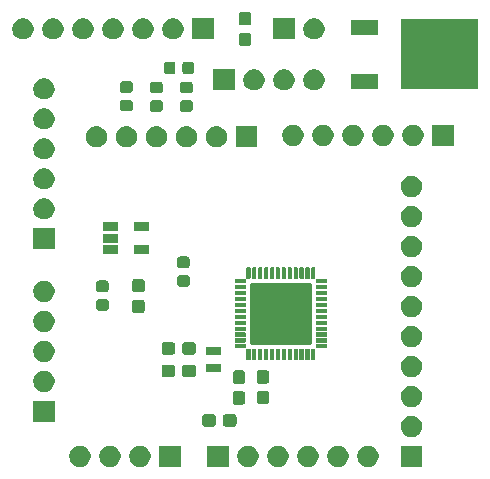
<source format=gbr>
G04 #@! TF.GenerationSoftware,KiCad,Pcbnew,5.1.5*
G04 #@! TF.CreationDate,2020-05-24T16:04:19+02:00*
G04 #@! TF.ProjectId,ATSAML22GA18A_DevBoard,41545341-4d4c-4323-9247-413138415f44,rev?*
G04 #@! TF.SameCoordinates,Original*
G04 #@! TF.FileFunction,Soldermask,Top*
G04 #@! TF.FilePolarity,Negative*
%FSLAX46Y46*%
G04 Gerber Fmt 4.6, Leading zero omitted, Abs format (unit mm)*
G04 Created by KiCad (PCBNEW 5.1.5) date 2020-05-24 16:04:19*
%MOMM*%
%LPD*%
G04 APERTURE LIST*
%ADD10C,0.100000*%
G04 APERTURE END LIST*
D10*
G36*
X150605426Y-96639313D02*
G01*
X150757812Y-96669624D01*
X150921784Y-96737544D01*
X151069354Y-96836147D01*
X151194853Y-96961646D01*
X151293456Y-97109216D01*
X151361376Y-97273188D01*
X151396000Y-97447259D01*
X151396000Y-97624741D01*
X151361376Y-97798812D01*
X151293456Y-97962784D01*
X151194853Y-98110354D01*
X151069354Y-98235853D01*
X150921784Y-98334456D01*
X150757812Y-98402376D01*
X150605426Y-98432687D01*
X150583742Y-98437000D01*
X150406258Y-98437000D01*
X150384574Y-98432687D01*
X150232188Y-98402376D01*
X150068216Y-98334456D01*
X149920646Y-98235853D01*
X149795147Y-98110354D01*
X149696544Y-97962784D01*
X149628624Y-97798812D01*
X149594000Y-97624741D01*
X149594000Y-97447259D01*
X149628624Y-97273188D01*
X149696544Y-97109216D01*
X149795147Y-96961646D01*
X149920646Y-96836147D01*
X150068216Y-96737544D01*
X150232188Y-96669624D01*
X150384574Y-96639313D01*
X150406258Y-96635000D01*
X150583742Y-96635000D01*
X150605426Y-96639313D01*
G37*
G36*
X174989426Y-96639313D02*
G01*
X175141812Y-96669624D01*
X175305784Y-96737544D01*
X175453354Y-96836147D01*
X175578853Y-96961646D01*
X175677456Y-97109216D01*
X175745376Y-97273188D01*
X175780000Y-97447259D01*
X175780000Y-97624741D01*
X175745376Y-97798812D01*
X175677456Y-97962784D01*
X175578853Y-98110354D01*
X175453354Y-98235853D01*
X175305784Y-98334456D01*
X175141812Y-98402376D01*
X174989426Y-98432687D01*
X174967742Y-98437000D01*
X174790258Y-98437000D01*
X174768574Y-98432687D01*
X174616188Y-98402376D01*
X174452216Y-98334456D01*
X174304646Y-98235853D01*
X174179147Y-98110354D01*
X174080544Y-97962784D01*
X174012624Y-97798812D01*
X173978000Y-97624741D01*
X173978000Y-97447259D01*
X174012624Y-97273188D01*
X174080544Y-97109216D01*
X174179147Y-96961646D01*
X174304646Y-96836147D01*
X174452216Y-96737544D01*
X174616188Y-96669624D01*
X174768574Y-96639313D01*
X174790258Y-96635000D01*
X174967742Y-96635000D01*
X174989426Y-96639313D01*
G37*
G36*
X172449426Y-96639313D02*
G01*
X172601812Y-96669624D01*
X172765784Y-96737544D01*
X172913354Y-96836147D01*
X173038853Y-96961646D01*
X173137456Y-97109216D01*
X173205376Y-97273188D01*
X173240000Y-97447259D01*
X173240000Y-97624741D01*
X173205376Y-97798812D01*
X173137456Y-97962784D01*
X173038853Y-98110354D01*
X172913354Y-98235853D01*
X172765784Y-98334456D01*
X172601812Y-98402376D01*
X172449426Y-98432687D01*
X172427742Y-98437000D01*
X172250258Y-98437000D01*
X172228574Y-98432687D01*
X172076188Y-98402376D01*
X171912216Y-98334456D01*
X171764646Y-98235853D01*
X171639147Y-98110354D01*
X171540544Y-97962784D01*
X171472624Y-97798812D01*
X171438000Y-97624741D01*
X171438000Y-97447259D01*
X171472624Y-97273188D01*
X171540544Y-97109216D01*
X171639147Y-96961646D01*
X171764646Y-96836147D01*
X171912216Y-96737544D01*
X172076188Y-96669624D01*
X172228574Y-96639313D01*
X172250258Y-96635000D01*
X172427742Y-96635000D01*
X172449426Y-96639313D01*
G37*
G36*
X169909426Y-96639313D02*
G01*
X170061812Y-96669624D01*
X170225784Y-96737544D01*
X170373354Y-96836147D01*
X170498853Y-96961646D01*
X170597456Y-97109216D01*
X170665376Y-97273188D01*
X170700000Y-97447259D01*
X170700000Y-97624741D01*
X170665376Y-97798812D01*
X170597456Y-97962784D01*
X170498853Y-98110354D01*
X170373354Y-98235853D01*
X170225784Y-98334456D01*
X170061812Y-98402376D01*
X169909426Y-98432687D01*
X169887742Y-98437000D01*
X169710258Y-98437000D01*
X169688574Y-98432687D01*
X169536188Y-98402376D01*
X169372216Y-98334456D01*
X169224646Y-98235853D01*
X169099147Y-98110354D01*
X169000544Y-97962784D01*
X168932624Y-97798812D01*
X168898000Y-97624741D01*
X168898000Y-97447259D01*
X168932624Y-97273188D01*
X169000544Y-97109216D01*
X169099147Y-96961646D01*
X169224646Y-96836147D01*
X169372216Y-96737544D01*
X169536188Y-96669624D01*
X169688574Y-96639313D01*
X169710258Y-96635000D01*
X169887742Y-96635000D01*
X169909426Y-96639313D01*
G37*
G36*
X167369426Y-96639313D02*
G01*
X167521812Y-96669624D01*
X167685784Y-96737544D01*
X167833354Y-96836147D01*
X167958853Y-96961646D01*
X168057456Y-97109216D01*
X168125376Y-97273188D01*
X168160000Y-97447259D01*
X168160000Y-97624741D01*
X168125376Y-97798812D01*
X168057456Y-97962784D01*
X167958853Y-98110354D01*
X167833354Y-98235853D01*
X167685784Y-98334456D01*
X167521812Y-98402376D01*
X167369426Y-98432687D01*
X167347742Y-98437000D01*
X167170258Y-98437000D01*
X167148574Y-98432687D01*
X166996188Y-98402376D01*
X166832216Y-98334456D01*
X166684646Y-98235853D01*
X166559147Y-98110354D01*
X166460544Y-97962784D01*
X166392624Y-97798812D01*
X166358000Y-97624741D01*
X166358000Y-97447259D01*
X166392624Y-97273188D01*
X166460544Y-97109216D01*
X166559147Y-96961646D01*
X166684646Y-96836147D01*
X166832216Y-96737544D01*
X166996188Y-96669624D01*
X167148574Y-96639313D01*
X167170258Y-96635000D01*
X167347742Y-96635000D01*
X167369426Y-96639313D01*
G37*
G36*
X164829426Y-96639313D02*
G01*
X164981812Y-96669624D01*
X165145784Y-96737544D01*
X165293354Y-96836147D01*
X165418853Y-96961646D01*
X165517456Y-97109216D01*
X165585376Y-97273188D01*
X165620000Y-97447259D01*
X165620000Y-97624741D01*
X165585376Y-97798812D01*
X165517456Y-97962784D01*
X165418853Y-98110354D01*
X165293354Y-98235853D01*
X165145784Y-98334456D01*
X164981812Y-98402376D01*
X164829426Y-98432687D01*
X164807742Y-98437000D01*
X164630258Y-98437000D01*
X164608574Y-98432687D01*
X164456188Y-98402376D01*
X164292216Y-98334456D01*
X164144646Y-98235853D01*
X164019147Y-98110354D01*
X163920544Y-97962784D01*
X163852624Y-97798812D01*
X163818000Y-97624741D01*
X163818000Y-97447259D01*
X163852624Y-97273188D01*
X163920544Y-97109216D01*
X164019147Y-96961646D01*
X164144646Y-96836147D01*
X164292216Y-96737544D01*
X164456188Y-96669624D01*
X164608574Y-96639313D01*
X164630258Y-96635000D01*
X164807742Y-96635000D01*
X164829426Y-96639313D01*
G37*
G36*
X159016000Y-98437000D02*
G01*
X157214000Y-98437000D01*
X157214000Y-96635000D01*
X159016000Y-96635000D01*
X159016000Y-98437000D01*
G37*
G36*
X155685426Y-96639313D02*
G01*
X155837812Y-96669624D01*
X156001784Y-96737544D01*
X156149354Y-96836147D01*
X156274853Y-96961646D01*
X156373456Y-97109216D01*
X156441376Y-97273188D01*
X156476000Y-97447259D01*
X156476000Y-97624741D01*
X156441376Y-97798812D01*
X156373456Y-97962784D01*
X156274853Y-98110354D01*
X156149354Y-98235853D01*
X156001784Y-98334456D01*
X155837812Y-98402376D01*
X155685426Y-98432687D01*
X155663742Y-98437000D01*
X155486258Y-98437000D01*
X155464574Y-98432687D01*
X155312188Y-98402376D01*
X155148216Y-98334456D01*
X155000646Y-98235853D01*
X154875147Y-98110354D01*
X154776544Y-97962784D01*
X154708624Y-97798812D01*
X154674000Y-97624741D01*
X154674000Y-97447259D01*
X154708624Y-97273188D01*
X154776544Y-97109216D01*
X154875147Y-96961646D01*
X155000646Y-96836147D01*
X155148216Y-96737544D01*
X155312188Y-96669624D01*
X155464574Y-96639313D01*
X155486258Y-96635000D01*
X155663742Y-96635000D01*
X155685426Y-96639313D01*
G37*
G36*
X153145426Y-96639313D02*
G01*
X153297812Y-96669624D01*
X153461784Y-96737544D01*
X153609354Y-96836147D01*
X153734853Y-96961646D01*
X153833456Y-97109216D01*
X153901376Y-97273188D01*
X153936000Y-97447259D01*
X153936000Y-97624741D01*
X153901376Y-97798812D01*
X153833456Y-97962784D01*
X153734853Y-98110354D01*
X153609354Y-98235853D01*
X153461784Y-98334456D01*
X153297812Y-98402376D01*
X153145426Y-98432687D01*
X153123742Y-98437000D01*
X152946258Y-98437000D01*
X152924574Y-98432687D01*
X152772188Y-98402376D01*
X152608216Y-98334456D01*
X152460646Y-98235853D01*
X152335147Y-98110354D01*
X152236544Y-97962784D01*
X152168624Y-97798812D01*
X152134000Y-97624741D01*
X152134000Y-97447259D01*
X152168624Y-97273188D01*
X152236544Y-97109216D01*
X152335147Y-96961646D01*
X152460646Y-96836147D01*
X152608216Y-96737544D01*
X152772188Y-96669624D01*
X152924574Y-96639313D01*
X152946258Y-96635000D01*
X153123742Y-96635000D01*
X153145426Y-96639313D01*
G37*
G36*
X179463000Y-98437000D02*
G01*
X177661000Y-98437000D01*
X177661000Y-96635000D01*
X179463000Y-96635000D01*
X179463000Y-98437000D01*
G37*
G36*
X163080000Y-98437000D02*
G01*
X161278000Y-98437000D01*
X161278000Y-96635000D01*
X163080000Y-96635000D01*
X163080000Y-98437000D01*
G37*
G36*
X178672426Y-94099313D02*
G01*
X178824812Y-94129624D01*
X178988784Y-94197544D01*
X179136354Y-94296147D01*
X179261853Y-94421646D01*
X179360456Y-94569216D01*
X179428376Y-94733188D01*
X179463000Y-94907259D01*
X179463000Y-95084741D01*
X179428376Y-95258812D01*
X179360456Y-95422784D01*
X179261853Y-95570354D01*
X179136354Y-95695853D01*
X178988784Y-95794456D01*
X178824812Y-95862376D01*
X178672426Y-95892687D01*
X178650742Y-95897000D01*
X178473258Y-95897000D01*
X178451574Y-95892687D01*
X178299188Y-95862376D01*
X178135216Y-95794456D01*
X177987646Y-95695853D01*
X177862147Y-95570354D01*
X177763544Y-95422784D01*
X177695624Y-95258812D01*
X177661000Y-95084741D01*
X177661000Y-94907259D01*
X177695624Y-94733188D01*
X177763544Y-94569216D01*
X177862147Y-94421646D01*
X177987646Y-94296147D01*
X178135216Y-94197544D01*
X178299188Y-94129624D01*
X178451574Y-94099313D01*
X178473258Y-94095000D01*
X178650742Y-94095000D01*
X178672426Y-94099313D01*
G37*
G36*
X161815383Y-93966810D02*
G01*
X161859987Y-93980341D01*
X161901090Y-94002310D01*
X161937120Y-94031880D01*
X161966690Y-94067910D01*
X161988659Y-94109013D01*
X162002190Y-94153617D01*
X162007000Y-94202454D01*
X162007000Y-94773546D01*
X162002190Y-94822383D01*
X161988659Y-94866987D01*
X161966690Y-94908090D01*
X161937120Y-94944120D01*
X161901090Y-94973690D01*
X161859987Y-94995659D01*
X161815383Y-95009190D01*
X161766546Y-95014000D01*
X161095454Y-95014000D01*
X161046617Y-95009190D01*
X161002013Y-94995659D01*
X160960910Y-94973690D01*
X160924880Y-94944120D01*
X160895310Y-94908090D01*
X160873341Y-94866987D01*
X160859810Y-94822383D01*
X160855000Y-94773546D01*
X160855000Y-94202454D01*
X160859810Y-94153617D01*
X160873341Y-94109013D01*
X160895310Y-94067910D01*
X160924880Y-94031880D01*
X160960910Y-94002310D01*
X161002013Y-93980341D01*
X161046617Y-93966810D01*
X161095454Y-93962000D01*
X161766546Y-93962000D01*
X161815383Y-93966810D01*
G37*
G36*
X163565383Y-93966810D02*
G01*
X163609987Y-93980341D01*
X163651090Y-94002310D01*
X163687120Y-94031880D01*
X163716690Y-94067910D01*
X163738659Y-94109013D01*
X163752190Y-94153617D01*
X163757000Y-94202454D01*
X163757000Y-94773546D01*
X163752190Y-94822383D01*
X163738659Y-94866987D01*
X163716690Y-94908090D01*
X163687120Y-94944120D01*
X163651090Y-94973690D01*
X163609987Y-94995659D01*
X163565383Y-95009190D01*
X163516546Y-95014000D01*
X162845454Y-95014000D01*
X162796617Y-95009190D01*
X162752013Y-94995659D01*
X162710910Y-94973690D01*
X162674880Y-94944120D01*
X162645310Y-94908090D01*
X162623341Y-94866987D01*
X162609810Y-94822383D01*
X162605000Y-94773546D01*
X162605000Y-94202454D01*
X162609810Y-94153617D01*
X162623341Y-94109013D01*
X162645310Y-94067910D01*
X162674880Y-94031880D01*
X162710910Y-94002310D01*
X162752013Y-93980341D01*
X162796617Y-93966810D01*
X162845454Y-93962000D01*
X163516546Y-93962000D01*
X163565383Y-93966810D01*
G37*
G36*
X148348000Y-94627000D02*
G01*
X146546000Y-94627000D01*
X146546000Y-92825000D01*
X148348000Y-92825000D01*
X148348000Y-94627000D01*
G37*
G36*
X178672426Y-91559313D02*
G01*
X178824812Y-91589624D01*
X178988784Y-91657544D01*
X179136354Y-91756147D01*
X179261853Y-91881646D01*
X179360456Y-92029216D01*
X179428376Y-92193188D01*
X179463000Y-92367259D01*
X179463000Y-92544741D01*
X179428376Y-92718812D01*
X179360456Y-92882784D01*
X179261853Y-93030354D01*
X179136354Y-93155853D01*
X178988784Y-93254456D01*
X178824812Y-93322376D01*
X178672426Y-93352687D01*
X178650742Y-93357000D01*
X178473258Y-93357000D01*
X178451574Y-93352687D01*
X178299188Y-93322376D01*
X178135216Y-93254456D01*
X177987646Y-93155853D01*
X177862147Y-93030354D01*
X177763544Y-92882784D01*
X177695624Y-92718812D01*
X177661000Y-92544741D01*
X177661000Y-92367259D01*
X177695624Y-92193188D01*
X177763544Y-92029216D01*
X177862147Y-91881646D01*
X177987646Y-91756147D01*
X178135216Y-91657544D01*
X178299188Y-91589624D01*
X178451574Y-91559313D01*
X178473258Y-91555000D01*
X178650742Y-91555000D01*
X178672426Y-91559313D01*
G37*
G36*
X164291383Y-92011810D02*
G01*
X164335987Y-92025341D01*
X164377090Y-92047310D01*
X164413120Y-92076880D01*
X164442690Y-92112910D01*
X164464659Y-92154013D01*
X164478190Y-92198617D01*
X164483000Y-92247454D01*
X164483000Y-92918546D01*
X164478190Y-92967383D01*
X164464659Y-93011987D01*
X164442690Y-93053090D01*
X164413120Y-93089120D01*
X164377090Y-93118690D01*
X164335987Y-93140659D01*
X164291383Y-93154190D01*
X164242546Y-93159000D01*
X163671454Y-93159000D01*
X163622617Y-93154190D01*
X163578013Y-93140659D01*
X163536910Y-93118690D01*
X163500880Y-93089120D01*
X163471310Y-93053090D01*
X163449341Y-93011987D01*
X163435810Y-92967383D01*
X163431000Y-92918546D01*
X163431000Y-92247454D01*
X163435810Y-92198617D01*
X163449341Y-92154013D01*
X163471310Y-92112910D01*
X163500880Y-92076880D01*
X163536910Y-92047310D01*
X163578013Y-92025341D01*
X163622617Y-92011810D01*
X163671454Y-92007000D01*
X164242546Y-92007000D01*
X164291383Y-92011810D01*
G37*
G36*
X166323383Y-91983810D02*
G01*
X166367987Y-91997341D01*
X166409090Y-92019310D01*
X166445120Y-92048880D01*
X166474690Y-92084910D01*
X166496659Y-92126013D01*
X166510190Y-92170617D01*
X166515000Y-92219454D01*
X166515000Y-92890546D01*
X166510190Y-92939383D01*
X166496659Y-92983987D01*
X166474690Y-93025090D01*
X166445120Y-93061120D01*
X166409090Y-93090690D01*
X166367987Y-93112659D01*
X166323383Y-93126190D01*
X166274546Y-93131000D01*
X165703454Y-93131000D01*
X165654617Y-93126190D01*
X165610013Y-93112659D01*
X165568910Y-93090690D01*
X165532880Y-93061120D01*
X165503310Y-93025090D01*
X165481341Y-92983987D01*
X165467810Y-92939383D01*
X165463000Y-92890546D01*
X165463000Y-92219454D01*
X165467810Y-92170617D01*
X165481341Y-92126013D01*
X165503310Y-92084910D01*
X165532880Y-92048880D01*
X165568910Y-92019310D01*
X165610013Y-91997341D01*
X165654617Y-91983810D01*
X165703454Y-91979000D01*
X166274546Y-91979000D01*
X166323383Y-91983810D01*
G37*
G36*
X147557426Y-90289313D02*
G01*
X147709812Y-90319624D01*
X147873784Y-90387544D01*
X148021354Y-90486147D01*
X148146853Y-90611646D01*
X148245456Y-90759216D01*
X148313376Y-90923188D01*
X148348000Y-91097259D01*
X148348000Y-91274741D01*
X148313376Y-91448812D01*
X148245456Y-91612784D01*
X148146853Y-91760354D01*
X148021354Y-91885853D01*
X147873784Y-91984456D01*
X147709812Y-92052376D01*
X147557426Y-92082687D01*
X147535742Y-92087000D01*
X147358258Y-92087000D01*
X147336574Y-92082687D01*
X147184188Y-92052376D01*
X147020216Y-91984456D01*
X146872646Y-91885853D01*
X146747147Y-91760354D01*
X146648544Y-91612784D01*
X146580624Y-91448812D01*
X146546000Y-91274741D01*
X146546000Y-91097259D01*
X146580624Y-90923188D01*
X146648544Y-90759216D01*
X146747147Y-90611646D01*
X146872646Y-90486147D01*
X147020216Y-90387544D01*
X147184188Y-90319624D01*
X147336574Y-90289313D01*
X147358258Y-90285000D01*
X147535742Y-90285000D01*
X147557426Y-90289313D01*
G37*
G36*
X164291383Y-90261810D02*
G01*
X164335987Y-90275341D01*
X164377090Y-90297310D01*
X164413120Y-90326880D01*
X164442690Y-90362910D01*
X164464659Y-90404013D01*
X164478190Y-90448617D01*
X164483000Y-90497454D01*
X164483000Y-91168546D01*
X164478190Y-91217383D01*
X164464659Y-91261987D01*
X164442690Y-91303090D01*
X164413120Y-91339120D01*
X164377090Y-91368690D01*
X164335987Y-91390659D01*
X164291383Y-91404190D01*
X164242546Y-91409000D01*
X163671454Y-91409000D01*
X163622617Y-91404190D01*
X163578013Y-91390659D01*
X163536910Y-91368690D01*
X163500880Y-91339120D01*
X163471310Y-91303090D01*
X163449341Y-91261987D01*
X163435810Y-91217383D01*
X163431000Y-91168546D01*
X163431000Y-90497454D01*
X163435810Y-90448617D01*
X163449341Y-90404013D01*
X163471310Y-90362910D01*
X163500880Y-90326880D01*
X163536910Y-90297310D01*
X163578013Y-90275341D01*
X163622617Y-90261810D01*
X163671454Y-90257000D01*
X164242546Y-90257000D01*
X164291383Y-90261810D01*
G37*
G36*
X166323383Y-90233810D02*
G01*
X166367987Y-90247341D01*
X166409090Y-90269310D01*
X166445120Y-90298880D01*
X166474690Y-90334910D01*
X166496659Y-90376013D01*
X166510190Y-90420617D01*
X166515000Y-90469454D01*
X166515000Y-91140546D01*
X166510190Y-91189383D01*
X166496659Y-91233987D01*
X166474690Y-91275090D01*
X166445120Y-91311120D01*
X166409090Y-91340690D01*
X166367987Y-91362659D01*
X166323383Y-91376190D01*
X166274546Y-91381000D01*
X165703454Y-91381000D01*
X165654617Y-91376190D01*
X165610013Y-91362659D01*
X165568910Y-91340690D01*
X165532880Y-91311120D01*
X165503310Y-91275090D01*
X165481341Y-91233987D01*
X165467810Y-91189383D01*
X165463000Y-91140546D01*
X165463000Y-90469454D01*
X165467810Y-90420617D01*
X165481341Y-90376013D01*
X165503310Y-90334910D01*
X165532880Y-90298880D01*
X165568910Y-90269310D01*
X165610013Y-90247341D01*
X165654617Y-90233810D01*
X165703454Y-90229000D01*
X166274546Y-90229000D01*
X166323383Y-90233810D01*
G37*
G36*
X158372383Y-89775810D02*
G01*
X158416987Y-89789341D01*
X158458090Y-89811310D01*
X158494120Y-89840880D01*
X158523690Y-89876910D01*
X158545659Y-89918013D01*
X158559190Y-89962617D01*
X158564000Y-90011454D01*
X158564000Y-90582546D01*
X158559190Y-90631383D01*
X158545659Y-90675987D01*
X158523690Y-90717090D01*
X158494120Y-90753120D01*
X158458090Y-90782690D01*
X158416987Y-90804659D01*
X158372383Y-90818190D01*
X158323546Y-90823000D01*
X157652454Y-90823000D01*
X157603617Y-90818190D01*
X157559013Y-90804659D01*
X157517910Y-90782690D01*
X157481880Y-90753120D01*
X157452310Y-90717090D01*
X157430341Y-90675987D01*
X157416810Y-90631383D01*
X157412000Y-90582546D01*
X157412000Y-90011454D01*
X157416810Y-89962617D01*
X157430341Y-89918013D01*
X157452310Y-89876910D01*
X157481880Y-89840880D01*
X157517910Y-89811310D01*
X157559013Y-89789341D01*
X157603617Y-89775810D01*
X157652454Y-89771000D01*
X158323546Y-89771000D01*
X158372383Y-89775810D01*
G37*
G36*
X160122383Y-89775810D02*
G01*
X160166987Y-89789341D01*
X160208090Y-89811310D01*
X160244120Y-89840880D01*
X160273690Y-89876910D01*
X160295659Y-89918013D01*
X160309190Y-89962617D01*
X160314000Y-90011454D01*
X160314000Y-90582546D01*
X160309190Y-90631383D01*
X160295659Y-90675987D01*
X160273690Y-90717090D01*
X160244120Y-90753120D01*
X160208090Y-90782690D01*
X160166987Y-90804659D01*
X160122383Y-90818190D01*
X160073546Y-90823000D01*
X159402454Y-90823000D01*
X159353617Y-90818190D01*
X159309013Y-90804659D01*
X159267910Y-90782690D01*
X159231880Y-90753120D01*
X159202310Y-90717090D01*
X159180341Y-90675987D01*
X159166810Y-90631383D01*
X159162000Y-90582546D01*
X159162000Y-90011454D01*
X159166810Y-89962617D01*
X159180341Y-89918013D01*
X159202310Y-89876910D01*
X159231880Y-89840880D01*
X159267910Y-89811310D01*
X159309013Y-89789341D01*
X159353617Y-89775810D01*
X159402454Y-89771000D01*
X160073546Y-89771000D01*
X160122383Y-89775810D01*
G37*
G36*
X178672426Y-89019313D02*
G01*
X178824812Y-89049624D01*
X178988784Y-89117544D01*
X179136354Y-89216147D01*
X179261853Y-89341646D01*
X179360456Y-89489216D01*
X179428376Y-89653188D01*
X179463000Y-89827259D01*
X179463000Y-90004741D01*
X179428376Y-90178812D01*
X179360456Y-90342784D01*
X179261853Y-90490354D01*
X179136354Y-90615853D01*
X178988784Y-90714456D01*
X178824812Y-90782376D01*
X178672426Y-90812687D01*
X178650742Y-90817000D01*
X178473258Y-90817000D01*
X178451574Y-90812687D01*
X178299188Y-90782376D01*
X178135216Y-90714456D01*
X177987646Y-90615853D01*
X177862147Y-90490354D01*
X177763544Y-90342784D01*
X177695624Y-90178812D01*
X177661000Y-90004741D01*
X177661000Y-89827259D01*
X177695624Y-89653188D01*
X177763544Y-89489216D01*
X177862147Y-89341646D01*
X177987646Y-89216147D01*
X178135216Y-89117544D01*
X178299188Y-89049624D01*
X178451574Y-89019313D01*
X178473258Y-89015000D01*
X178650742Y-89015000D01*
X178672426Y-89019313D01*
G37*
G36*
X162399000Y-90397000D02*
G01*
X161197000Y-90397000D01*
X161197000Y-89695000D01*
X162399000Y-89695000D01*
X162399000Y-90397000D01*
G37*
G36*
X147557426Y-87749313D02*
G01*
X147709812Y-87779624D01*
X147873784Y-87847544D01*
X148021354Y-87946147D01*
X148146853Y-88071646D01*
X148245456Y-88219216D01*
X148313376Y-88383188D01*
X148348000Y-88557259D01*
X148348000Y-88734741D01*
X148313376Y-88908812D01*
X148245456Y-89072784D01*
X148146853Y-89220354D01*
X148021354Y-89345853D01*
X147873784Y-89444456D01*
X147709812Y-89512376D01*
X147557426Y-89542687D01*
X147535742Y-89547000D01*
X147358258Y-89547000D01*
X147336574Y-89542687D01*
X147184188Y-89512376D01*
X147020216Y-89444456D01*
X146872646Y-89345853D01*
X146747147Y-89220354D01*
X146648544Y-89072784D01*
X146580624Y-88908812D01*
X146546000Y-88734741D01*
X146546000Y-88557259D01*
X146580624Y-88383188D01*
X146648544Y-88219216D01*
X146747147Y-88071646D01*
X146872646Y-87946147D01*
X147020216Y-87847544D01*
X147184188Y-87779624D01*
X147336574Y-87749313D01*
X147358258Y-87745000D01*
X147535742Y-87745000D01*
X147557426Y-87749313D01*
G37*
G36*
X164888240Y-88421447D02*
G01*
X164900019Y-88425020D01*
X164910865Y-88430818D01*
X164920376Y-88438624D01*
X164928182Y-88448135D01*
X164933980Y-88458981D01*
X164937553Y-88470760D01*
X164939000Y-88485453D01*
X164939000Y-89331547D01*
X164937553Y-89346240D01*
X164933980Y-89358019D01*
X164928182Y-89368865D01*
X164920376Y-89378376D01*
X164910865Y-89386182D01*
X164900019Y-89391980D01*
X164888240Y-89395553D01*
X164873547Y-89397000D01*
X164652453Y-89397000D01*
X164637760Y-89395553D01*
X164625981Y-89391980D01*
X164615135Y-89386182D01*
X164605624Y-89378376D01*
X164597818Y-89368865D01*
X164592020Y-89358019D01*
X164588447Y-89346240D01*
X164587000Y-89331547D01*
X164587000Y-88485453D01*
X164588447Y-88470760D01*
X164592489Y-88457438D01*
X164595010Y-88451351D01*
X164596923Y-88441738D01*
X164596923Y-88431936D01*
X164596424Y-88429424D01*
X164598932Y-88429923D01*
X164608734Y-88429923D01*
X164618347Y-88428012D01*
X164624439Y-88425488D01*
X164637760Y-88421447D01*
X164652453Y-88420000D01*
X164873547Y-88420000D01*
X164888240Y-88421447D01*
G37*
G36*
X165388240Y-88421447D02*
G01*
X165400019Y-88425020D01*
X165410865Y-88430818D01*
X165420376Y-88438624D01*
X165428182Y-88448135D01*
X165433980Y-88458981D01*
X165437553Y-88470760D01*
X165439000Y-88485453D01*
X165439000Y-89331547D01*
X165437553Y-89346240D01*
X165433980Y-89358019D01*
X165428182Y-89368865D01*
X165420376Y-89378376D01*
X165410865Y-89386182D01*
X165400019Y-89391980D01*
X165388240Y-89395553D01*
X165373547Y-89397000D01*
X165152453Y-89397000D01*
X165137760Y-89395553D01*
X165125981Y-89391980D01*
X165115135Y-89386182D01*
X165105624Y-89378376D01*
X165097818Y-89368865D01*
X165092020Y-89358019D01*
X165088447Y-89346240D01*
X165087000Y-89331547D01*
X165087000Y-88485453D01*
X165088447Y-88470760D01*
X165092020Y-88458981D01*
X165097818Y-88448135D01*
X165105624Y-88438624D01*
X165115135Y-88430818D01*
X165125981Y-88425020D01*
X165137760Y-88421447D01*
X165152453Y-88420000D01*
X165373547Y-88420000D01*
X165388240Y-88421447D01*
G37*
G36*
X165888240Y-88421447D02*
G01*
X165900019Y-88425020D01*
X165910865Y-88430818D01*
X165920376Y-88438624D01*
X165928182Y-88448135D01*
X165933980Y-88458981D01*
X165937553Y-88470760D01*
X165939000Y-88485453D01*
X165939000Y-89331547D01*
X165937553Y-89346240D01*
X165933980Y-89358019D01*
X165928182Y-89368865D01*
X165920376Y-89378376D01*
X165910865Y-89386182D01*
X165900019Y-89391980D01*
X165888240Y-89395553D01*
X165873547Y-89397000D01*
X165652453Y-89397000D01*
X165637760Y-89395553D01*
X165625981Y-89391980D01*
X165615135Y-89386182D01*
X165605624Y-89378376D01*
X165597818Y-89368865D01*
X165592020Y-89358019D01*
X165588447Y-89346240D01*
X165587000Y-89331547D01*
X165587000Y-88485453D01*
X165588447Y-88470760D01*
X165592020Y-88458981D01*
X165597818Y-88448135D01*
X165605624Y-88438624D01*
X165615135Y-88430818D01*
X165625981Y-88425020D01*
X165637760Y-88421447D01*
X165652453Y-88420000D01*
X165873547Y-88420000D01*
X165888240Y-88421447D01*
G37*
G36*
X166388240Y-88421447D02*
G01*
X166400019Y-88425020D01*
X166410865Y-88430818D01*
X166420376Y-88438624D01*
X166428182Y-88448135D01*
X166433980Y-88458981D01*
X166437553Y-88470760D01*
X166439000Y-88485453D01*
X166439000Y-89331547D01*
X166437553Y-89346240D01*
X166433980Y-89358019D01*
X166428182Y-89368865D01*
X166420376Y-89378376D01*
X166410865Y-89386182D01*
X166400019Y-89391980D01*
X166388240Y-89395553D01*
X166373547Y-89397000D01*
X166152453Y-89397000D01*
X166137760Y-89395553D01*
X166125981Y-89391980D01*
X166115135Y-89386182D01*
X166105624Y-89378376D01*
X166097818Y-89368865D01*
X166092020Y-89358019D01*
X166088447Y-89346240D01*
X166087000Y-89331547D01*
X166087000Y-88485453D01*
X166088447Y-88470760D01*
X166092020Y-88458981D01*
X166097818Y-88448135D01*
X166105624Y-88438624D01*
X166115135Y-88430818D01*
X166125981Y-88425020D01*
X166137760Y-88421447D01*
X166152453Y-88420000D01*
X166373547Y-88420000D01*
X166388240Y-88421447D01*
G37*
G36*
X166888240Y-88421447D02*
G01*
X166900019Y-88425020D01*
X166910865Y-88430818D01*
X166920376Y-88438624D01*
X166928182Y-88448135D01*
X166933980Y-88458981D01*
X166937553Y-88470760D01*
X166939000Y-88485453D01*
X166939000Y-89331547D01*
X166937553Y-89346240D01*
X166933980Y-89358019D01*
X166928182Y-89368865D01*
X166920376Y-89378376D01*
X166910865Y-89386182D01*
X166900019Y-89391980D01*
X166888240Y-89395553D01*
X166873547Y-89397000D01*
X166652453Y-89397000D01*
X166637760Y-89395553D01*
X166625981Y-89391980D01*
X166615135Y-89386182D01*
X166605624Y-89378376D01*
X166597818Y-89368865D01*
X166592020Y-89358019D01*
X166588447Y-89346240D01*
X166587000Y-89331547D01*
X166587000Y-88485453D01*
X166588447Y-88470760D01*
X166592020Y-88458981D01*
X166597818Y-88448135D01*
X166605624Y-88438624D01*
X166615135Y-88430818D01*
X166625981Y-88425020D01*
X166637760Y-88421447D01*
X166652453Y-88420000D01*
X166873547Y-88420000D01*
X166888240Y-88421447D01*
G37*
G36*
X167388240Y-88421447D02*
G01*
X167400019Y-88425020D01*
X167410865Y-88430818D01*
X167420376Y-88438624D01*
X167428182Y-88448135D01*
X167433980Y-88458981D01*
X167437553Y-88470760D01*
X167439000Y-88485453D01*
X167439000Y-89331547D01*
X167437553Y-89346240D01*
X167433980Y-89358019D01*
X167428182Y-89368865D01*
X167420376Y-89378376D01*
X167410865Y-89386182D01*
X167400019Y-89391980D01*
X167388240Y-89395553D01*
X167373547Y-89397000D01*
X167152453Y-89397000D01*
X167137760Y-89395553D01*
X167125981Y-89391980D01*
X167115135Y-89386182D01*
X167105624Y-89378376D01*
X167097818Y-89368865D01*
X167092020Y-89358019D01*
X167088447Y-89346240D01*
X167087000Y-89331547D01*
X167087000Y-88485453D01*
X167088447Y-88470760D01*
X167092020Y-88458981D01*
X167097818Y-88448135D01*
X167105624Y-88438624D01*
X167115135Y-88430818D01*
X167125981Y-88425020D01*
X167137760Y-88421447D01*
X167152453Y-88420000D01*
X167373547Y-88420000D01*
X167388240Y-88421447D01*
G37*
G36*
X168388240Y-88421447D02*
G01*
X168400019Y-88425020D01*
X168410865Y-88430818D01*
X168420376Y-88438624D01*
X168428182Y-88448135D01*
X168433980Y-88458981D01*
X168437553Y-88470760D01*
X168439000Y-88485453D01*
X168439000Y-89331547D01*
X168437553Y-89346240D01*
X168433980Y-89358019D01*
X168428182Y-89368865D01*
X168420376Y-89378376D01*
X168410865Y-89386182D01*
X168400019Y-89391980D01*
X168388240Y-89395553D01*
X168373547Y-89397000D01*
X168152453Y-89397000D01*
X168137760Y-89395553D01*
X168125981Y-89391980D01*
X168115135Y-89386182D01*
X168105624Y-89378376D01*
X168097818Y-89368865D01*
X168092020Y-89358019D01*
X168088447Y-89346240D01*
X168087000Y-89331547D01*
X168087000Y-88485453D01*
X168088447Y-88470760D01*
X168092020Y-88458981D01*
X168097818Y-88448135D01*
X168105624Y-88438624D01*
X168115135Y-88430818D01*
X168125981Y-88425020D01*
X168137760Y-88421447D01*
X168152453Y-88420000D01*
X168373547Y-88420000D01*
X168388240Y-88421447D01*
G37*
G36*
X168888240Y-88421447D02*
G01*
X168900019Y-88425020D01*
X168910865Y-88430818D01*
X168920376Y-88438624D01*
X168928182Y-88448135D01*
X168933980Y-88458981D01*
X168937553Y-88470760D01*
X168939000Y-88485453D01*
X168939000Y-89331547D01*
X168937553Y-89346240D01*
X168933980Y-89358019D01*
X168928182Y-89368865D01*
X168920376Y-89378376D01*
X168910865Y-89386182D01*
X168900019Y-89391980D01*
X168888240Y-89395553D01*
X168873547Y-89397000D01*
X168652453Y-89397000D01*
X168637760Y-89395553D01*
X168625981Y-89391980D01*
X168615135Y-89386182D01*
X168605624Y-89378376D01*
X168597818Y-89368865D01*
X168592020Y-89358019D01*
X168588447Y-89346240D01*
X168587000Y-89331547D01*
X168587000Y-88485453D01*
X168588447Y-88470760D01*
X168592020Y-88458981D01*
X168597818Y-88448135D01*
X168605624Y-88438624D01*
X168615135Y-88430818D01*
X168625981Y-88425020D01*
X168637760Y-88421447D01*
X168652453Y-88420000D01*
X168873547Y-88420000D01*
X168888240Y-88421447D01*
G37*
G36*
X169388240Y-88421447D02*
G01*
X169400019Y-88425020D01*
X169410865Y-88430818D01*
X169420376Y-88438624D01*
X169428182Y-88448135D01*
X169433980Y-88458981D01*
X169437553Y-88470760D01*
X169439000Y-88485453D01*
X169439000Y-89331547D01*
X169437553Y-89346240D01*
X169433980Y-89358019D01*
X169428182Y-89368865D01*
X169420376Y-89378376D01*
X169410865Y-89386182D01*
X169400019Y-89391980D01*
X169388240Y-89395553D01*
X169373547Y-89397000D01*
X169152453Y-89397000D01*
X169137760Y-89395553D01*
X169125981Y-89391980D01*
X169115135Y-89386182D01*
X169105624Y-89378376D01*
X169097818Y-89368865D01*
X169092020Y-89358019D01*
X169088447Y-89346240D01*
X169087000Y-89331547D01*
X169087000Y-88485453D01*
X169088447Y-88470760D01*
X169092020Y-88458981D01*
X169097818Y-88448135D01*
X169105624Y-88438624D01*
X169115135Y-88430818D01*
X169125981Y-88425020D01*
X169137760Y-88421447D01*
X169152453Y-88420000D01*
X169373547Y-88420000D01*
X169388240Y-88421447D01*
G37*
G36*
X167888240Y-88421447D02*
G01*
X167900019Y-88425020D01*
X167910865Y-88430818D01*
X167920376Y-88438624D01*
X167928182Y-88448135D01*
X167933980Y-88458981D01*
X167937553Y-88470760D01*
X167939000Y-88485453D01*
X167939000Y-89331547D01*
X167937553Y-89346240D01*
X167933980Y-89358019D01*
X167928182Y-89368865D01*
X167920376Y-89378376D01*
X167910865Y-89386182D01*
X167900019Y-89391980D01*
X167888240Y-89395553D01*
X167873547Y-89397000D01*
X167652453Y-89397000D01*
X167637760Y-89395553D01*
X167625981Y-89391980D01*
X167615135Y-89386182D01*
X167605624Y-89378376D01*
X167597818Y-89368865D01*
X167592020Y-89358019D01*
X167588447Y-89346240D01*
X167587000Y-89331547D01*
X167587000Y-88485453D01*
X167588447Y-88470760D01*
X167592020Y-88458981D01*
X167597818Y-88448135D01*
X167605624Y-88438624D01*
X167615135Y-88430818D01*
X167625981Y-88425020D01*
X167637760Y-88421447D01*
X167652453Y-88420000D01*
X167873547Y-88420000D01*
X167888240Y-88421447D01*
G37*
G36*
X169888240Y-88421447D02*
G01*
X169900019Y-88425020D01*
X169910865Y-88430818D01*
X169920376Y-88438624D01*
X169928182Y-88448135D01*
X169933980Y-88458981D01*
X169937553Y-88470760D01*
X169939000Y-88485453D01*
X169939000Y-89331547D01*
X169937553Y-89346240D01*
X169933980Y-89358019D01*
X169928182Y-89368865D01*
X169920376Y-89378376D01*
X169910865Y-89386182D01*
X169900019Y-89391980D01*
X169888240Y-89395553D01*
X169873547Y-89397000D01*
X169652453Y-89397000D01*
X169637760Y-89395553D01*
X169625981Y-89391980D01*
X169615135Y-89386182D01*
X169605624Y-89378376D01*
X169597818Y-89368865D01*
X169592020Y-89358019D01*
X169588447Y-89346240D01*
X169587000Y-89331547D01*
X169587000Y-88485453D01*
X169588447Y-88470760D01*
X169592020Y-88458981D01*
X169597818Y-88448135D01*
X169605624Y-88438624D01*
X169615135Y-88430818D01*
X169625981Y-88425020D01*
X169637760Y-88421447D01*
X169652453Y-88420000D01*
X169873547Y-88420000D01*
X169888240Y-88421447D01*
G37*
G36*
X170388240Y-88421447D02*
G01*
X170401562Y-88425489D01*
X170407649Y-88428010D01*
X170417262Y-88429923D01*
X170427064Y-88429923D01*
X170429576Y-88429424D01*
X170429077Y-88431932D01*
X170429077Y-88441734D01*
X170430988Y-88451347D01*
X170433512Y-88457439D01*
X170437553Y-88470760D01*
X170439000Y-88485453D01*
X170439000Y-89331547D01*
X170437553Y-89346240D01*
X170433980Y-89358019D01*
X170428182Y-89368865D01*
X170420376Y-89378376D01*
X170410865Y-89386182D01*
X170400019Y-89391980D01*
X170388240Y-89395553D01*
X170373547Y-89397000D01*
X170152453Y-89397000D01*
X170137760Y-89395553D01*
X170125981Y-89391980D01*
X170115135Y-89386182D01*
X170105624Y-89378376D01*
X170097818Y-89368865D01*
X170092020Y-89358019D01*
X170088447Y-89346240D01*
X170087000Y-89331547D01*
X170087000Y-88485453D01*
X170088447Y-88470760D01*
X170092020Y-88458981D01*
X170097818Y-88448135D01*
X170105624Y-88438624D01*
X170115135Y-88430818D01*
X170125981Y-88425020D01*
X170137760Y-88421447D01*
X170152453Y-88420000D01*
X170373547Y-88420000D01*
X170388240Y-88421447D01*
G37*
G36*
X162399000Y-88997000D02*
G01*
X161197000Y-88997000D01*
X161197000Y-88295000D01*
X162399000Y-88295000D01*
X162399000Y-88997000D01*
G37*
G36*
X160122383Y-87870810D02*
G01*
X160166987Y-87884341D01*
X160208090Y-87906310D01*
X160244120Y-87935880D01*
X160273690Y-87971910D01*
X160295659Y-88013013D01*
X160309190Y-88057617D01*
X160314000Y-88106454D01*
X160314000Y-88677546D01*
X160309190Y-88726383D01*
X160295659Y-88770987D01*
X160273690Y-88812090D01*
X160244120Y-88848120D01*
X160208090Y-88877690D01*
X160166987Y-88899659D01*
X160122383Y-88913190D01*
X160073546Y-88918000D01*
X159402454Y-88918000D01*
X159353617Y-88913190D01*
X159309013Y-88899659D01*
X159267910Y-88877690D01*
X159231880Y-88848120D01*
X159202310Y-88812090D01*
X159180341Y-88770987D01*
X159166810Y-88726383D01*
X159162000Y-88677546D01*
X159162000Y-88106454D01*
X159166810Y-88057617D01*
X159180341Y-88013013D01*
X159202310Y-87971910D01*
X159231880Y-87935880D01*
X159267910Y-87906310D01*
X159309013Y-87884341D01*
X159353617Y-87870810D01*
X159402454Y-87866000D01*
X160073546Y-87866000D01*
X160122383Y-87870810D01*
G37*
G36*
X158372383Y-87870810D02*
G01*
X158416987Y-87884341D01*
X158458090Y-87906310D01*
X158494120Y-87935880D01*
X158523690Y-87971910D01*
X158545659Y-88013013D01*
X158559190Y-88057617D01*
X158564000Y-88106454D01*
X158564000Y-88677546D01*
X158559190Y-88726383D01*
X158545659Y-88770987D01*
X158523690Y-88812090D01*
X158494120Y-88848120D01*
X158458090Y-88877690D01*
X158416987Y-88899659D01*
X158372383Y-88913190D01*
X158323546Y-88918000D01*
X157652454Y-88918000D01*
X157603617Y-88913190D01*
X157559013Y-88899659D01*
X157517910Y-88877690D01*
X157481880Y-88848120D01*
X157452310Y-88812090D01*
X157430341Y-88770987D01*
X157416810Y-88726383D01*
X157412000Y-88677546D01*
X157412000Y-88106454D01*
X157416810Y-88057617D01*
X157430341Y-88013013D01*
X157452310Y-87971910D01*
X157481880Y-87935880D01*
X157517910Y-87906310D01*
X157559013Y-87884341D01*
X157603617Y-87870810D01*
X157652454Y-87866000D01*
X158323546Y-87866000D01*
X158372383Y-87870810D01*
G37*
G36*
X164513240Y-88046447D02*
G01*
X164525019Y-88050020D01*
X164535865Y-88055818D01*
X164545376Y-88063624D01*
X164553182Y-88073135D01*
X164558980Y-88083981D01*
X164562553Y-88095760D01*
X164564000Y-88110453D01*
X164564000Y-88331547D01*
X164562553Y-88346240D01*
X164558511Y-88359562D01*
X164555990Y-88365649D01*
X164554077Y-88375262D01*
X164554077Y-88385064D01*
X164554576Y-88387576D01*
X164552068Y-88387077D01*
X164542266Y-88387077D01*
X164532653Y-88388988D01*
X164526561Y-88391512D01*
X164513240Y-88395553D01*
X164498547Y-88397000D01*
X163652453Y-88397000D01*
X163637760Y-88395553D01*
X163625981Y-88391980D01*
X163615135Y-88386182D01*
X163605624Y-88378376D01*
X163597818Y-88368865D01*
X163592020Y-88358019D01*
X163588447Y-88346240D01*
X163587000Y-88331547D01*
X163587000Y-88110453D01*
X163588447Y-88095760D01*
X163592020Y-88083981D01*
X163597818Y-88073135D01*
X163605624Y-88063624D01*
X163615135Y-88055818D01*
X163625981Y-88050020D01*
X163637760Y-88046447D01*
X163652453Y-88045000D01*
X164498547Y-88045000D01*
X164513240Y-88046447D01*
G37*
G36*
X171388240Y-88046447D02*
G01*
X171400019Y-88050020D01*
X171410865Y-88055818D01*
X171420376Y-88063624D01*
X171428182Y-88073135D01*
X171433980Y-88083981D01*
X171437553Y-88095760D01*
X171439000Y-88110453D01*
X171439000Y-88331547D01*
X171437553Y-88346240D01*
X171433980Y-88358019D01*
X171428182Y-88368865D01*
X171420376Y-88378376D01*
X171410865Y-88386182D01*
X171400019Y-88391980D01*
X171388240Y-88395553D01*
X171373547Y-88397000D01*
X170527453Y-88397000D01*
X170512760Y-88395553D01*
X170499438Y-88391511D01*
X170493351Y-88388990D01*
X170483738Y-88387077D01*
X170473936Y-88387077D01*
X170471424Y-88387576D01*
X170471923Y-88385068D01*
X170471923Y-88375266D01*
X170470012Y-88365653D01*
X170467488Y-88359561D01*
X170463447Y-88346240D01*
X170462000Y-88331547D01*
X170462000Y-88110453D01*
X170463447Y-88095760D01*
X170467020Y-88083981D01*
X170472818Y-88073135D01*
X170480624Y-88063624D01*
X170490135Y-88055818D01*
X170500981Y-88050020D01*
X170512760Y-88046447D01*
X170527453Y-88045000D01*
X171373547Y-88045000D01*
X171388240Y-88046447D01*
G37*
G36*
X178672426Y-86479313D02*
G01*
X178824812Y-86509624D01*
X178988784Y-86577544D01*
X179136354Y-86676147D01*
X179261853Y-86801646D01*
X179360456Y-86949216D01*
X179428376Y-87113188D01*
X179463000Y-87287259D01*
X179463000Y-87464741D01*
X179428376Y-87638812D01*
X179360456Y-87802784D01*
X179261853Y-87950354D01*
X179136354Y-88075853D01*
X178988784Y-88174456D01*
X178824812Y-88242376D01*
X178672426Y-88272687D01*
X178650742Y-88277000D01*
X178473258Y-88277000D01*
X178451574Y-88272687D01*
X178299188Y-88242376D01*
X178135216Y-88174456D01*
X177987646Y-88075853D01*
X177862147Y-87950354D01*
X177763544Y-87802784D01*
X177695624Y-87638812D01*
X177661000Y-87464741D01*
X177661000Y-87287259D01*
X177695624Y-87113188D01*
X177763544Y-86949216D01*
X177862147Y-86801646D01*
X177987646Y-86676147D01*
X178135216Y-86577544D01*
X178299188Y-86509624D01*
X178451574Y-86479313D01*
X178473258Y-86475000D01*
X178650742Y-86475000D01*
X178672426Y-86479313D01*
G37*
G36*
X169968112Y-82849315D02*
G01*
X170007883Y-82861379D01*
X170044536Y-82880972D01*
X170076663Y-82907337D01*
X170103028Y-82939464D01*
X170122621Y-82976117D01*
X170134685Y-83015888D01*
X170139000Y-83059702D01*
X170139000Y-87882298D01*
X170134685Y-87926112D01*
X170122621Y-87965883D01*
X170103028Y-88002536D01*
X170076663Y-88034663D01*
X170044536Y-88061028D01*
X170007883Y-88080621D01*
X169968112Y-88092685D01*
X169924298Y-88097000D01*
X165101702Y-88097000D01*
X165057888Y-88092685D01*
X165018117Y-88080621D01*
X164981464Y-88061028D01*
X164949337Y-88034663D01*
X164922972Y-88002536D01*
X164903379Y-87965883D01*
X164891315Y-87926112D01*
X164887000Y-87882298D01*
X164887000Y-83059702D01*
X164891315Y-83015888D01*
X164903379Y-82976117D01*
X164922972Y-82939464D01*
X164949337Y-82907337D01*
X164981464Y-82880972D01*
X165018117Y-82861379D01*
X165057888Y-82849315D01*
X165101702Y-82845000D01*
X169924298Y-82845000D01*
X169968112Y-82849315D01*
G37*
G36*
X164513240Y-87546447D02*
G01*
X164525019Y-87550020D01*
X164535865Y-87555818D01*
X164545376Y-87563624D01*
X164553182Y-87573135D01*
X164558980Y-87583981D01*
X164562553Y-87595760D01*
X164564000Y-87610453D01*
X164564000Y-87831547D01*
X164562553Y-87846240D01*
X164558980Y-87858019D01*
X164553182Y-87868865D01*
X164545376Y-87878376D01*
X164535865Y-87886182D01*
X164525019Y-87891980D01*
X164513240Y-87895553D01*
X164498547Y-87897000D01*
X163652453Y-87897000D01*
X163637760Y-87895553D01*
X163625981Y-87891980D01*
X163615135Y-87886182D01*
X163605624Y-87878376D01*
X163597818Y-87868865D01*
X163592020Y-87858019D01*
X163588447Y-87846240D01*
X163587000Y-87831547D01*
X163587000Y-87610453D01*
X163588447Y-87595760D01*
X163592020Y-87583981D01*
X163597818Y-87573135D01*
X163605624Y-87563624D01*
X163615135Y-87555818D01*
X163625981Y-87550020D01*
X163637760Y-87546447D01*
X163652453Y-87545000D01*
X164498547Y-87545000D01*
X164513240Y-87546447D01*
G37*
G36*
X171388240Y-87546447D02*
G01*
X171400019Y-87550020D01*
X171410865Y-87555818D01*
X171420376Y-87563624D01*
X171428182Y-87573135D01*
X171433980Y-87583981D01*
X171437553Y-87595760D01*
X171439000Y-87610453D01*
X171439000Y-87831547D01*
X171437553Y-87846240D01*
X171433980Y-87858019D01*
X171428182Y-87868865D01*
X171420376Y-87878376D01*
X171410865Y-87886182D01*
X171400019Y-87891980D01*
X171388240Y-87895553D01*
X171373547Y-87897000D01*
X170527453Y-87897000D01*
X170512760Y-87895553D01*
X170500981Y-87891980D01*
X170490135Y-87886182D01*
X170480624Y-87878376D01*
X170472818Y-87868865D01*
X170467020Y-87858019D01*
X170463447Y-87846240D01*
X170462000Y-87831547D01*
X170462000Y-87610453D01*
X170463447Y-87595760D01*
X170467020Y-87583981D01*
X170472818Y-87573135D01*
X170480624Y-87563624D01*
X170490135Y-87555818D01*
X170500981Y-87550020D01*
X170512760Y-87546447D01*
X170527453Y-87545000D01*
X171373547Y-87545000D01*
X171388240Y-87546447D01*
G37*
G36*
X164513240Y-87046447D02*
G01*
X164525019Y-87050020D01*
X164535865Y-87055818D01*
X164545376Y-87063624D01*
X164553182Y-87073135D01*
X164558980Y-87083981D01*
X164562553Y-87095760D01*
X164564000Y-87110453D01*
X164564000Y-87331547D01*
X164562553Y-87346240D01*
X164558980Y-87358019D01*
X164553182Y-87368865D01*
X164545376Y-87378376D01*
X164535865Y-87386182D01*
X164525019Y-87391980D01*
X164513240Y-87395553D01*
X164498547Y-87397000D01*
X163652453Y-87397000D01*
X163637760Y-87395553D01*
X163625981Y-87391980D01*
X163615135Y-87386182D01*
X163605624Y-87378376D01*
X163597818Y-87368865D01*
X163592020Y-87358019D01*
X163588447Y-87346240D01*
X163587000Y-87331547D01*
X163587000Y-87110453D01*
X163588447Y-87095760D01*
X163592020Y-87083981D01*
X163597818Y-87073135D01*
X163605624Y-87063624D01*
X163615135Y-87055818D01*
X163625981Y-87050020D01*
X163637760Y-87046447D01*
X163652453Y-87045000D01*
X164498547Y-87045000D01*
X164513240Y-87046447D01*
G37*
G36*
X171388240Y-87046447D02*
G01*
X171400019Y-87050020D01*
X171410865Y-87055818D01*
X171420376Y-87063624D01*
X171428182Y-87073135D01*
X171433980Y-87083981D01*
X171437553Y-87095760D01*
X171439000Y-87110453D01*
X171439000Y-87331547D01*
X171437553Y-87346240D01*
X171433980Y-87358019D01*
X171428182Y-87368865D01*
X171420376Y-87378376D01*
X171410865Y-87386182D01*
X171400019Y-87391980D01*
X171388240Y-87395553D01*
X171373547Y-87397000D01*
X170527453Y-87397000D01*
X170512760Y-87395553D01*
X170500981Y-87391980D01*
X170490135Y-87386182D01*
X170480624Y-87378376D01*
X170472818Y-87368865D01*
X170467020Y-87358019D01*
X170463447Y-87346240D01*
X170462000Y-87331547D01*
X170462000Y-87110453D01*
X170463447Y-87095760D01*
X170467020Y-87083981D01*
X170472818Y-87073135D01*
X170480624Y-87063624D01*
X170490135Y-87055818D01*
X170500981Y-87050020D01*
X170512760Y-87046447D01*
X170527453Y-87045000D01*
X171373547Y-87045000D01*
X171388240Y-87046447D01*
G37*
G36*
X147557426Y-85209313D02*
G01*
X147709812Y-85239624D01*
X147873784Y-85307544D01*
X148021354Y-85406147D01*
X148146853Y-85531646D01*
X148245456Y-85679216D01*
X148313376Y-85843188D01*
X148348000Y-86017259D01*
X148348000Y-86194741D01*
X148313376Y-86368812D01*
X148245456Y-86532784D01*
X148146853Y-86680354D01*
X148021354Y-86805853D01*
X147873784Y-86904456D01*
X147709812Y-86972376D01*
X147557426Y-87002687D01*
X147535742Y-87007000D01*
X147358258Y-87007000D01*
X147336574Y-87002687D01*
X147184188Y-86972376D01*
X147020216Y-86904456D01*
X146872646Y-86805853D01*
X146747147Y-86680354D01*
X146648544Y-86532784D01*
X146580624Y-86368812D01*
X146546000Y-86194741D01*
X146546000Y-86017259D01*
X146580624Y-85843188D01*
X146648544Y-85679216D01*
X146747147Y-85531646D01*
X146872646Y-85406147D01*
X147020216Y-85307544D01*
X147184188Y-85239624D01*
X147336574Y-85209313D01*
X147358258Y-85205000D01*
X147535742Y-85205000D01*
X147557426Y-85209313D01*
G37*
G36*
X171388240Y-86546447D02*
G01*
X171400019Y-86550020D01*
X171410865Y-86555818D01*
X171420376Y-86563624D01*
X171428182Y-86573135D01*
X171433980Y-86583981D01*
X171437553Y-86595760D01*
X171439000Y-86610453D01*
X171439000Y-86831547D01*
X171437553Y-86846240D01*
X171433980Y-86858019D01*
X171428182Y-86868865D01*
X171420376Y-86878376D01*
X171410865Y-86886182D01*
X171400019Y-86891980D01*
X171388240Y-86895553D01*
X171373547Y-86897000D01*
X170527453Y-86897000D01*
X170512760Y-86895553D01*
X170500981Y-86891980D01*
X170490135Y-86886182D01*
X170480624Y-86878376D01*
X170472818Y-86868865D01*
X170467020Y-86858019D01*
X170463447Y-86846240D01*
X170462000Y-86831547D01*
X170462000Y-86610453D01*
X170463447Y-86595760D01*
X170467020Y-86583981D01*
X170472818Y-86573135D01*
X170480624Y-86563624D01*
X170490135Y-86555818D01*
X170500981Y-86550020D01*
X170512760Y-86546447D01*
X170527453Y-86545000D01*
X171373547Y-86545000D01*
X171388240Y-86546447D01*
G37*
G36*
X164513240Y-86546447D02*
G01*
X164525019Y-86550020D01*
X164535865Y-86555818D01*
X164545376Y-86563624D01*
X164553182Y-86573135D01*
X164558980Y-86583981D01*
X164562553Y-86595760D01*
X164564000Y-86610453D01*
X164564000Y-86831547D01*
X164562553Y-86846240D01*
X164558980Y-86858019D01*
X164553182Y-86868865D01*
X164545376Y-86878376D01*
X164535865Y-86886182D01*
X164525019Y-86891980D01*
X164513240Y-86895553D01*
X164498547Y-86897000D01*
X163652453Y-86897000D01*
X163637760Y-86895553D01*
X163625981Y-86891980D01*
X163615135Y-86886182D01*
X163605624Y-86878376D01*
X163597818Y-86868865D01*
X163592020Y-86858019D01*
X163588447Y-86846240D01*
X163587000Y-86831547D01*
X163587000Y-86610453D01*
X163588447Y-86595760D01*
X163592020Y-86583981D01*
X163597818Y-86573135D01*
X163605624Y-86563624D01*
X163615135Y-86555818D01*
X163625981Y-86550020D01*
X163637760Y-86546447D01*
X163652453Y-86545000D01*
X164498547Y-86545000D01*
X164513240Y-86546447D01*
G37*
G36*
X171388240Y-86046447D02*
G01*
X171400019Y-86050020D01*
X171410865Y-86055818D01*
X171420376Y-86063624D01*
X171428182Y-86073135D01*
X171433980Y-86083981D01*
X171437553Y-86095760D01*
X171439000Y-86110453D01*
X171439000Y-86331547D01*
X171437553Y-86346240D01*
X171433980Y-86358019D01*
X171428182Y-86368865D01*
X171420376Y-86378376D01*
X171410865Y-86386182D01*
X171400019Y-86391980D01*
X171388240Y-86395553D01*
X171373547Y-86397000D01*
X170527453Y-86397000D01*
X170512760Y-86395553D01*
X170500981Y-86391980D01*
X170490135Y-86386182D01*
X170480624Y-86378376D01*
X170472818Y-86368865D01*
X170467020Y-86358019D01*
X170463447Y-86346240D01*
X170462000Y-86331547D01*
X170462000Y-86110453D01*
X170463447Y-86095760D01*
X170467020Y-86083981D01*
X170472818Y-86073135D01*
X170480624Y-86063624D01*
X170490135Y-86055818D01*
X170500981Y-86050020D01*
X170512760Y-86046447D01*
X170527453Y-86045000D01*
X171373547Y-86045000D01*
X171388240Y-86046447D01*
G37*
G36*
X164513240Y-86046447D02*
G01*
X164525019Y-86050020D01*
X164535865Y-86055818D01*
X164545376Y-86063624D01*
X164553182Y-86073135D01*
X164558980Y-86083981D01*
X164562553Y-86095760D01*
X164564000Y-86110453D01*
X164564000Y-86331547D01*
X164562553Y-86346240D01*
X164558980Y-86358019D01*
X164553182Y-86368865D01*
X164545376Y-86378376D01*
X164535865Y-86386182D01*
X164525019Y-86391980D01*
X164513240Y-86395553D01*
X164498547Y-86397000D01*
X163652453Y-86397000D01*
X163637760Y-86395553D01*
X163625981Y-86391980D01*
X163615135Y-86386182D01*
X163605624Y-86378376D01*
X163597818Y-86368865D01*
X163592020Y-86358019D01*
X163588447Y-86346240D01*
X163587000Y-86331547D01*
X163587000Y-86110453D01*
X163588447Y-86095760D01*
X163592020Y-86083981D01*
X163597818Y-86073135D01*
X163605624Y-86063624D01*
X163615135Y-86055818D01*
X163625981Y-86050020D01*
X163637760Y-86046447D01*
X163652453Y-86045000D01*
X164498547Y-86045000D01*
X164513240Y-86046447D01*
G37*
G36*
X171388240Y-85546447D02*
G01*
X171400019Y-85550020D01*
X171410865Y-85555818D01*
X171420376Y-85563624D01*
X171428182Y-85573135D01*
X171433980Y-85583981D01*
X171437553Y-85595760D01*
X171439000Y-85610453D01*
X171439000Y-85831547D01*
X171437553Y-85846240D01*
X171433980Y-85858019D01*
X171428182Y-85868865D01*
X171420376Y-85878376D01*
X171410865Y-85886182D01*
X171400019Y-85891980D01*
X171388240Y-85895553D01*
X171373547Y-85897000D01*
X170527453Y-85897000D01*
X170512760Y-85895553D01*
X170500981Y-85891980D01*
X170490135Y-85886182D01*
X170480624Y-85878376D01*
X170472818Y-85868865D01*
X170467020Y-85858019D01*
X170463447Y-85846240D01*
X170462000Y-85831547D01*
X170462000Y-85610453D01*
X170463447Y-85595760D01*
X170467020Y-85583981D01*
X170472818Y-85573135D01*
X170480624Y-85563624D01*
X170490135Y-85555818D01*
X170500981Y-85550020D01*
X170512760Y-85546447D01*
X170527453Y-85545000D01*
X171373547Y-85545000D01*
X171388240Y-85546447D01*
G37*
G36*
X164513240Y-85546447D02*
G01*
X164525019Y-85550020D01*
X164535865Y-85555818D01*
X164545376Y-85563624D01*
X164553182Y-85573135D01*
X164558980Y-85583981D01*
X164562553Y-85595760D01*
X164564000Y-85610453D01*
X164564000Y-85831547D01*
X164562553Y-85846240D01*
X164558980Y-85858019D01*
X164553182Y-85868865D01*
X164545376Y-85878376D01*
X164535865Y-85886182D01*
X164525019Y-85891980D01*
X164513240Y-85895553D01*
X164498547Y-85897000D01*
X163652453Y-85897000D01*
X163637760Y-85895553D01*
X163625981Y-85891980D01*
X163615135Y-85886182D01*
X163605624Y-85878376D01*
X163597818Y-85868865D01*
X163592020Y-85858019D01*
X163588447Y-85846240D01*
X163587000Y-85831547D01*
X163587000Y-85610453D01*
X163588447Y-85595760D01*
X163592020Y-85583981D01*
X163597818Y-85573135D01*
X163605624Y-85563624D01*
X163615135Y-85555818D01*
X163625981Y-85550020D01*
X163637760Y-85546447D01*
X163652453Y-85545000D01*
X164498547Y-85545000D01*
X164513240Y-85546447D01*
G37*
G36*
X178672426Y-83939313D02*
G01*
X178824812Y-83969624D01*
X178988784Y-84037544D01*
X179136354Y-84136147D01*
X179261853Y-84261646D01*
X179360456Y-84409216D01*
X179428376Y-84573188D01*
X179463000Y-84747259D01*
X179463000Y-84924741D01*
X179428376Y-85098812D01*
X179360456Y-85262784D01*
X179261853Y-85410354D01*
X179136354Y-85535853D01*
X178988784Y-85634456D01*
X178824812Y-85702376D01*
X178672426Y-85732687D01*
X178650742Y-85737000D01*
X178473258Y-85737000D01*
X178451574Y-85732687D01*
X178299188Y-85702376D01*
X178135216Y-85634456D01*
X177987646Y-85535853D01*
X177862147Y-85410354D01*
X177763544Y-85262784D01*
X177695624Y-85098812D01*
X177661000Y-84924741D01*
X177661000Y-84747259D01*
X177695624Y-84573188D01*
X177763544Y-84409216D01*
X177862147Y-84261646D01*
X177987646Y-84136147D01*
X178135216Y-84037544D01*
X178299188Y-83969624D01*
X178451574Y-83939313D01*
X178473258Y-83935000D01*
X178650742Y-83935000D01*
X178672426Y-83939313D01*
G37*
G36*
X155782383Y-84264810D02*
G01*
X155826987Y-84278341D01*
X155868090Y-84300310D01*
X155904120Y-84329880D01*
X155933690Y-84365910D01*
X155955659Y-84407013D01*
X155969190Y-84451617D01*
X155974000Y-84500454D01*
X155974000Y-85171546D01*
X155969190Y-85220383D01*
X155955659Y-85264987D01*
X155933690Y-85306090D01*
X155904120Y-85342120D01*
X155868090Y-85371690D01*
X155826987Y-85393659D01*
X155782383Y-85407190D01*
X155733546Y-85412000D01*
X155162454Y-85412000D01*
X155113617Y-85407190D01*
X155069013Y-85393659D01*
X155027910Y-85371690D01*
X154991880Y-85342120D01*
X154962310Y-85306090D01*
X154940341Y-85264987D01*
X154926810Y-85220383D01*
X154922000Y-85171546D01*
X154922000Y-84500454D01*
X154926810Y-84451617D01*
X154940341Y-84407013D01*
X154962310Y-84365910D01*
X154991880Y-84329880D01*
X155027910Y-84300310D01*
X155069013Y-84278341D01*
X155113617Y-84264810D01*
X155162454Y-84260000D01*
X155733546Y-84260000D01*
X155782383Y-84264810D01*
G37*
G36*
X171388240Y-85046447D02*
G01*
X171400019Y-85050020D01*
X171410865Y-85055818D01*
X171420376Y-85063624D01*
X171428182Y-85073135D01*
X171433980Y-85083981D01*
X171437553Y-85095760D01*
X171439000Y-85110453D01*
X171439000Y-85331547D01*
X171437553Y-85346240D01*
X171433980Y-85358019D01*
X171428182Y-85368865D01*
X171420376Y-85378376D01*
X171410865Y-85386182D01*
X171400019Y-85391980D01*
X171388240Y-85395553D01*
X171373547Y-85397000D01*
X170527453Y-85397000D01*
X170512760Y-85395553D01*
X170500981Y-85391980D01*
X170490135Y-85386182D01*
X170480624Y-85378376D01*
X170472818Y-85368865D01*
X170467020Y-85358019D01*
X170463447Y-85346240D01*
X170462000Y-85331547D01*
X170462000Y-85110453D01*
X170463447Y-85095760D01*
X170467020Y-85083981D01*
X170472818Y-85073135D01*
X170480624Y-85063624D01*
X170490135Y-85055818D01*
X170500981Y-85050020D01*
X170512760Y-85046447D01*
X170527453Y-85045000D01*
X171373547Y-85045000D01*
X171388240Y-85046447D01*
G37*
G36*
X164513240Y-85046447D02*
G01*
X164525019Y-85050020D01*
X164535865Y-85055818D01*
X164545376Y-85063624D01*
X164553182Y-85073135D01*
X164558980Y-85083981D01*
X164562553Y-85095760D01*
X164564000Y-85110453D01*
X164564000Y-85331547D01*
X164562553Y-85346240D01*
X164558980Y-85358019D01*
X164553182Y-85368865D01*
X164545376Y-85378376D01*
X164535865Y-85386182D01*
X164525019Y-85391980D01*
X164513240Y-85395553D01*
X164498547Y-85397000D01*
X163652453Y-85397000D01*
X163637760Y-85395553D01*
X163625981Y-85391980D01*
X163615135Y-85386182D01*
X163605624Y-85378376D01*
X163597818Y-85368865D01*
X163592020Y-85358019D01*
X163588447Y-85346240D01*
X163587000Y-85331547D01*
X163587000Y-85110453D01*
X163588447Y-85095760D01*
X163592020Y-85083981D01*
X163597818Y-85073135D01*
X163605624Y-85063624D01*
X163615135Y-85055818D01*
X163625981Y-85050020D01*
X163637760Y-85046447D01*
X163652453Y-85045000D01*
X164498547Y-85045000D01*
X164513240Y-85046447D01*
G37*
G36*
X152749477Y-84224950D02*
G01*
X152790559Y-84237412D01*
X152828424Y-84257652D01*
X152861612Y-84284888D01*
X152888848Y-84318076D01*
X152909088Y-84355941D01*
X152921550Y-84397023D01*
X152926000Y-84442204D01*
X152926000Y-84975796D01*
X152921550Y-85020977D01*
X152909088Y-85062059D01*
X152888848Y-85099924D01*
X152861612Y-85133112D01*
X152828424Y-85160348D01*
X152790559Y-85180588D01*
X152749477Y-85193050D01*
X152704296Y-85197500D01*
X152095704Y-85197500D01*
X152050523Y-85193050D01*
X152009441Y-85180588D01*
X151971576Y-85160348D01*
X151938388Y-85133112D01*
X151911152Y-85099924D01*
X151890912Y-85062059D01*
X151878450Y-85020977D01*
X151874000Y-84975796D01*
X151874000Y-84442204D01*
X151878450Y-84397023D01*
X151890912Y-84355941D01*
X151911152Y-84318076D01*
X151938388Y-84284888D01*
X151971576Y-84257652D01*
X152009441Y-84237412D01*
X152050523Y-84224950D01*
X152095704Y-84220500D01*
X152704296Y-84220500D01*
X152749477Y-84224950D01*
G37*
G36*
X171388240Y-84546447D02*
G01*
X171400019Y-84550020D01*
X171410865Y-84555818D01*
X171420376Y-84563624D01*
X171428182Y-84573135D01*
X171433980Y-84583981D01*
X171437553Y-84595760D01*
X171439000Y-84610453D01*
X171439000Y-84831547D01*
X171437553Y-84846240D01*
X171433980Y-84858019D01*
X171428182Y-84868865D01*
X171420376Y-84878376D01*
X171410865Y-84886182D01*
X171400019Y-84891980D01*
X171388240Y-84895553D01*
X171373547Y-84897000D01*
X170527453Y-84897000D01*
X170512760Y-84895553D01*
X170500981Y-84891980D01*
X170490135Y-84886182D01*
X170480624Y-84878376D01*
X170472818Y-84868865D01*
X170467020Y-84858019D01*
X170463447Y-84846240D01*
X170462000Y-84831547D01*
X170462000Y-84610453D01*
X170463447Y-84595760D01*
X170467020Y-84583981D01*
X170472818Y-84573135D01*
X170480624Y-84563624D01*
X170490135Y-84555818D01*
X170500981Y-84550020D01*
X170512760Y-84546447D01*
X170527453Y-84545000D01*
X171373547Y-84545000D01*
X171388240Y-84546447D01*
G37*
G36*
X164513240Y-84546447D02*
G01*
X164525019Y-84550020D01*
X164535865Y-84555818D01*
X164545376Y-84563624D01*
X164553182Y-84573135D01*
X164558980Y-84583981D01*
X164562553Y-84595760D01*
X164564000Y-84610453D01*
X164564000Y-84831547D01*
X164562553Y-84846240D01*
X164558980Y-84858019D01*
X164553182Y-84868865D01*
X164545376Y-84878376D01*
X164535865Y-84886182D01*
X164525019Y-84891980D01*
X164513240Y-84895553D01*
X164498547Y-84897000D01*
X163652453Y-84897000D01*
X163637760Y-84895553D01*
X163625981Y-84891980D01*
X163615135Y-84886182D01*
X163605624Y-84878376D01*
X163597818Y-84868865D01*
X163592020Y-84858019D01*
X163588447Y-84846240D01*
X163587000Y-84831547D01*
X163587000Y-84610453D01*
X163588447Y-84595760D01*
X163592020Y-84583981D01*
X163597818Y-84573135D01*
X163605624Y-84563624D01*
X163615135Y-84555818D01*
X163625981Y-84550020D01*
X163637760Y-84546447D01*
X163652453Y-84545000D01*
X164498547Y-84545000D01*
X164513240Y-84546447D01*
G37*
G36*
X147557426Y-82669313D02*
G01*
X147709812Y-82699624D01*
X147873784Y-82767544D01*
X148021354Y-82866147D01*
X148146853Y-82991646D01*
X148245456Y-83139216D01*
X148313376Y-83303188D01*
X148348000Y-83477259D01*
X148348000Y-83654741D01*
X148313376Y-83828812D01*
X148245456Y-83992784D01*
X148146853Y-84140354D01*
X148021354Y-84265853D01*
X147873784Y-84364456D01*
X147709812Y-84432376D01*
X147557426Y-84462687D01*
X147535742Y-84467000D01*
X147358258Y-84467000D01*
X147336574Y-84462687D01*
X147184188Y-84432376D01*
X147020216Y-84364456D01*
X146872646Y-84265853D01*
X146747147Y-84140354D01*
X146648544Y-83992784D01*
X146580624Y-83828812D01*
X146546000Y-83654741D01*
X146546000Y-83477259D01*
X146580624Y-83303188D01*
X146648544Y-83139216D01*
X146747147Y-82991646D01*
X146872646Y-82866147D01*
X147020216Y-82767544D01*
X147184188Y-82699624D01*
X147336574Y-82669313D01*
X147358258Y-82665000D01*
X147535742Y-82665000D01*
X147557426Y-82669313D01*
G37*
G36*
X164513240Y-84046447D02*
G01*
X164525019Y-84050020D01*
X164535865Y-84055818D01*
X164545376Y-84063624D01*
X164553182Y-84073135D01*
X164558980Y-84083981D01*
X164562553Y-84095760D01*
X164564000Y-84110453D01*
X164564000Y-84331547D01*
X164562553Y-84346240D01*
X164558980Y-84358019D01*
X164553182Y-84368865D01*
X164545376Y-84378376D01*
X164535865Y-84386182D01*
X164525019Y-84391980D01*
X164513240Y-84395553D01*
X164498547Y-84397000D01*
X163652453Y-84397000D01*
X163637760Y-84395553D01*
X163625981Y-84391980D01*
X163615135Y-84386182D01*
X163605624Y-84378376D01*
X163597818Y-84368865D01*
X163592020Y-84358019D01*
X163588447Y-84346240D01*
X163587000Y-84331547D01*
X163587000Y-84110453D01*
X163588447Y-84095760D01*
X163592020Y-84083981D01*
X163597818Y-84073135D01*
X163605624Y-84063624D01*
X163615135Y-84055818D01*
X163625981Y-84050020D01*
X163637760Y-84046447D01*
X163652453Y-84045000D01*
X164498547Y-84045000D01*
X164513240Y-84046447D01*
G37*
G36*
X171388240Y-84046447D02*
G01*
X171400019Y-84050020D01*
X171410865Y-84055818D01*
X171420376Y-84063624D01*
X171428182Y-84073135D01*
X171433980Y-84083981D01*
X171437553Y-84095760D01*
X171439000Y-84110453D01*
X171439000Y-84331547D01*
X171437553Y-84346240D01*
X171433980Y-84358019D01*
X171428182Y-84368865D01*
X171420376Y-84378376D01*
X171410865Y-84386182D01*
X171400019Y-84391980D01*
X171388240Y-84395553D01*
X171373547Y-84397000D01*
X170527453Y-84397000D01*
X170512760Y-84395553D01*
X170500981Y-84391980D01*
X170490135Y-84386182D01*
X170480624Y-84378376D01*
X170472818Y-84368865D01*
X170467020Y-84358019D01*
X170463447Y-84346240D01*
X170462000Y-84331547D01*
X170462000Y-84110453D01*
X170463447Y-84095760D01*
X170467020Y-84083981D01*
X170472818Y-84073135D01*
X170480624Y-84063624D01*
X170490135Y-84055818D01*
X170500981Y-84050020D01*
X170512760Y-84046447D01*
X170527453Y-84045000D01*
X171373547Y-84045000D01*
X171388240Y-84046447D01*
G37*
G36*
X164513240Y-83546447D02*
G01*
X164525019Y-83550020D01*
X164535865Y-83555818D01*
X164545376Y-83563624D01*
X164553182Y-83573135D01*
X164558980Y-83583981D01*
X164562553Y-83595760D01*
X164564000Y-83610453D01*
X164564000Y-83831547D01*
X164562553Y-83846240D01*
X164558980Y-83858019D01*
X164553182Y-83868865D01*
X164545376Y-83878376D01*
X164535865Y-83886182D01*
X164525019Y-83891980D01*
X164513240Y-83895553D01*
X164498547Y-83897000D01*
X163652453Y-83897000D01*
X163637760Y-83895553D01*
X163625981Y-83891980D01*
X163615135Y-83886182D01*
X163605624Y-83878376D01*
X163597818Y-83868865D01*
X163592020Y-83858019D01*
X163588447Y-83846240D01*
X163587000Y-83831547D01*
X163587000Y-83610453D01*
X163588447Y-83595760D01*
X163592020Y-83583981D01*
X163597818Y-83573135D01*
X163605624Y-83563624D01*
X163615135Y-83555818D01*
X163625981Y-83550020D01*
X163637760Y-83546447D01*
X163652453Y-83545000D01*
X164498547Y-83545000D01*
X164513240Y-83546447D01*
G37*
G36*
X171388240Y-83546447D02*
G01*
X171400019Y-83550020D01*
X171410865Y-83555818D01*
X171420376Y-83563624D01*
X171428182Y-83573135D01*
X171433980Y-83583981D01*
X171437553Y-83595760D01*
X171439000Y-83610453D01*
X171439000Y-83831547D01*
X171437553Y-83846240D01*
X171433980Y-83858019D01*
X171428182Y-83868865D01*
X171420376Y-83878376D01*
X171410865Y-83886182D01*
X171400019Y-83891980D01*
X171388240Y-83895553D01*
X171373547Y-83897000D01*
X170527453Y-83897000D01*
X170512760Y-83895553D01*
X170500981Y-83891980D01*
X170490135Y-83886182D01*
X170480624Y-83878376D01*
X170472818Y-83868865D01*
X170467020Y-83858019D01*
X170463447Y-83846240D01*
X170462000Y-83831547D01*
X170462000Y-83610453D01*
X170463447Y-83595760D01*
X170467020Y-83583981D01*
X170472818Y-83573135D01*
X170480624Y-83563624D01*
X170490135Y-83555818D01*
X170500981Y-83550020D01*
X170512760Y-83546447D01*
X170527453Y-83545000D01*
X171373547Y-83545000D01*
X171388240Y-83546447D01*
G37*
G36*
X155782383Y-82514810D02*
G01*
X155826987Y-82528341D01*
X155868090Y-82550310D01*
X155904120Y-82579880D01*
X155933690Y-82615910D01*
X155955659Y-82657013D01*
X155969190Y-82701617D01*
X155974000Y-82750454D01*
X155974000Y-83421546D01*
X155969190Y-83470383D01*
X155955659Y-83514987D01*
X155933690Y-83556090D01*
X155904120Y-83592120D01*
X155868090Y-83621690D01*
X155826987Y-83643659D01*
X155782383Y-83657190D01*
X155733546Y-83662000D01*
X155162454Y-83662000D01*
X155113617Y-83657190D01*
X155069013Y-83643659D01*
X155027910Y-83621690D01*
X154991880Y-83592120D01*
X154962310Y-83556090D01*
X154940341Y-83514987D01*
X154926810Y-83470383D01*
X154922000Y-83421546D01*
X154922000Y-82750454D01*
X154926810Y-82701617D01*
X154940341Y-82657013D01*
X154962310Y-82615910D01*
X154991880Y-82579880D01*
X155027910Y-82550310D01*
X155069013Y-82528341D01*
X155113617Y-82514810D01*
X155162454Y-82510000D01*
X155733546Y-82510000D01*
X155782383Y-82514810D01*
G37*
G36*
X152749477Y-82649950D02*
G01*
X152790559Y-82662412D01*
X152828424Y-82682652D01*
X152861612Y-82709888D01*
X152888848Y-82743076D01*
X152909088Y-82780941D01*
X152921550Y-82822023D01*
X152926000Y-82867204D01*
X152926000Y-83400796D01*
X152921550Y-83445977D01*
X152909088Y-83487059D01*
X152888848Y-83524924D01*
X152861612Y-83558112D01*
X152828424Y-83585348D01*
X152790559Y-83605588D01*
X152749477Y-83618050D01*
X152704296Y-83622500D01*
X152095704Y-83622500D01*
X152050523Y-83618050D01*
X152009441Y-83605588D01*
X151971576Y-83585348D01*
X151938388Y-83558112D01*
X151911152Y-83524924D01*
X151890912Y-83487059D01*
X151878450Y-83445977D01*
X151874000Y-83400796D01*
X151874000Y-82867204D01*
X151878450Y-82822023D01*
X151890912Y-82780941D01*
X151911152Y-82743076D01*
X151938388Y-82709888D01*
X151971576Y-82682652D01*
X152009441Y-82662412D01*
X152050523Y-82649950D01*
X152095704Y-82645500D01*
X152704296Y-82645500D01*
X152749477Y-82649950D01*
G37*
G36*
X171388240Y-83046447D02*
G01*
X171400019Y-83050020D01*
X171410865Y-83055818D01*
X171420376Y-83063624D01*
X171428182Y-83073135D01*
X171433980Y-83083981D01*
X171437553Y-83095760D01*
X171439000Y-83110453D01*
X171439000Y-83331547D01*
X171437553Y-83346240D01*
X171433980Y-83358019D01*
X171428182Y-83368865D01*
X171420376Y-83378376D01*
X171410865Y-83386182D01*
X171400019Y-83391980D01*
X171388240Y-83395553D01*
X171373547Y-83397000D01*
X170527453Y-83397000D01*
X170512760Y-83395553D01*
X170500981Y-83391980D01*
X170490135Y-83386182D01*
X170480624Y-83378376D01*
X170472818Y-83368865D01*
X170467020Y-83358019D01*
X170463447Y-83346240D01*
X170462000Y-83331547D01*
X170462000Y-83110453D01*
X170463447Y-83095760D01*
X170467020Y-83083981D01*
X170472818Y-83073135D01*
X170480624Y-83063624D01*
X170490135Y-83055818D01*
X170500981Y-83050020D01*
X170512760Y-83046447D01*
X170527453Y-83045000D01*
X171373547Y-83045000D01*
X171388240Y-83046447D01*
G37*
G36*
X164513240Y-83046447D02*
G01*
X164525019Y-83050020D01*
X164535865Y-83055818D01*
X164545376Y-83063624D01*
X164553182Y-83073135D01*
X164558980Y-83083981D01*
X164562553Y-83095760D01*
X164564000Y-83110453D01*
X164564000Y-83331547D01*
X164562553Y-83346240D01*
X164558980Y-83358019D01*
X164553182Y-83368865D01*
X164545376Y-83378376D01*
X164535865Y-83386182D01*
X164525019Y-83391980D01*
X164513240Y-83395553D01*
X164498547Y-83397000D01*
X163652453Y-83397000D01*
X163637760Y-83395553D01*
X163625981Y-83391980D01*
X163615135Y-83386182D01*
X163605624Y-83378376D01*
X163597818Y-83368865D01*
X163592020Y-83358019D01*
X163588447Y-83346240D01*
X163587000Y-83331547D01*
X163587000Y-83110453D01*
X163588447Y-83095760D01*
X163592020Y-83083981D01*
X163597818Y-83073135D01*
X163605624Y-83063624D01*
X163615135Y-83055818D01*
X163625981Y-83050020D01*
X163637760Y-83046447D01*
X163652453Y-83045000D01*
X164498547Y-83045000D01*
X164513240Y-83046447D01*
G37*
G36*
X178672426Y-81399313D02*
G01*
X178824812Y-81429624D01*
X178988784Y-81497544D01*
X179136354Y-81596147D01*
X179261853Y-81721646D01*
X179360456Y-81869216D01*
X179428376Y-82033188D01*
X179463000Y-82207259D01*
X179463000Y-82384741D01*
X179428376Y-82558812D01*
X179360456Y-82722784D01*
X179261853Y-82870354D01*
X179136354Y-82995853D01*
X178988784Y-83094456D01*
X178824812Y-83162376D01*
X178672426Y-83192687D01*
X178650742Y-83197000D01*
X178473258Y-83197000D01*
X178451574Y-83192687D01*
X178299188Y-83162376D01*
X178135216Y-83094456D01*
X177987646Y-82995853D01*
X177862147Y-82870354D01*
X177763544Y-82722784D01*
X177695624Y-82558812D01*
X177661000Y-82384741D01*
X177661000Y-82207259D01*
X177695624Y-82033188D01*
X177763544Y-81869216D01*
X177862147Y-81721646D01*
X177987646Y-81596147D01*
X178135216Y-81497544D01*
X178299188Y-81429624D01*
X178451574Y-81399313D01*
X178473258Y-81395000D01*
X178650742Y-81395000D01*
X178672426Y-81399313D01*
G37*
G36*
X159607477Y-82192950D02*
G01*
X159648559Y-82205412D01*
X159686424Y-82225652D01*
X159719612Y-82252888D01*
X159746848Y-82286076D01*
X159767088Y-82323941D01*
X159779550Y-82365023D01*
X159784000Y-82410204D01*
X159784000Y-82943796D01*
X159779550Y-82988977D01*
X159767088Y-83030059D01*
X159746848Y-83067924D01*
X159719612Y-83101112D01*
X159686424Y-83128348D01*
X159648559Y-83148588D01*
X159607477Y-83161050D01*
X159562296Y-83165500D01*
X158953704Y-83165500D01*
X158908523Y-83161050D01*
X158867441Y-83148588D01*
X158829576Y-83128348D01*
X158796388Y-83101112D01*
X158769152Y-83067924D01*
X158748912Y-83030059D01*
X158736450Y-82988977D01*
X158732000Y-82943796D01*
X158732000Y-82410204D01*
X158736450Y-82365023D01*
X158748912Y-82323941D01*
X158769152Y-82286076D01*
X158796388Y-82252888D01*
X158829576Y-82225652D01*
X158867441Y-82205412D01*
X158908523Y-82192950D01*
X158953704Y-82188500D01*
X159562296Y-82188500D01*
X159607477Y-82192950D01*
G37*
G36*
X171388240Y-82546447D02*
G01*
X171400019Y-82550020D01*
X171410865Y-82555818D01*
X171420376Y-82563624D01*
X171428182Y-82573135D01*
X171433980Y-82583981D01*
X171437553Y-82595760D01*
X171439000Y-82610453D01*
X171439000Y-82831547D01*
X171437553Y-82846240D01*
X171433980Y-82858019D01*
X171428182Y-82868865D01*
X171420376Y-82878376D01*
X171410865Y-82886182D01*
X171400019Y-82891980D01*
X171388240Y-82895553D01*
X171373547Y-82897000D01*
X170527453Y-82897000D01*
X170512760Y-82895553D01*
X170500981Y-82891980D01*
X170490135Y-82886182D01*
X170480624Y-82878376D01*
X170472818Y-82868865D01*
X170467020Y-82858019D01*
X170463447Y-82846240D01*
X170462000Y-82831547D01*
X170462000Y-82610453D01*
X170463447Y-82595760D01*
X170467489Y-82582438D01*
X170470010Y-82576351D01*
X170471923Y-82566738D01*
X170471923Y-82556936D01*
X170471424Y-82554424D01*
X170473932Y-82554923D01*
X170483734Y-82554923D01*
X170493347Y-82553012D01*
X170499439Y-82550488D01*
X170512760Y-82546447D01*
X170527453Y-82545000D01*
X171373547Y-82545000D01*
X171388240Y-82546447D01*
G37*
G36*
X164513240Y-82546447D02*
G01*
X164526562Y-82550489D01*
X164532649Y-82553010D01*
X164542262Y-82554923D01*
X164552064Y-82554923D01*
X164554576Y-82554424D01*
X164554077Y-82556932D01*
X164554077Y-82566734D01*
X164555988Y-82576347D01*
X164558512Y-82582439D01*
X164562553Y-82595760D01*
X164564000Y-82610453D01*
X164564000Y-82831547D01*
X164562553Y-82846240D01*
X164558980Y-82858019D01*
X164553182Y-82868865D01*
X164545376Y-82878376D01*
X164535865Y-82886182D01*
X164525019Y-82891980D01*
X164513240Y-82895553D01*
X164498547Y-82897000D01*
X163652453Y-82897000D01*
X163637760Y-82895553D01*
X163625981Y-82891980D01*
X163615135Y-82886182D01*
X163605624Y-82878376D01*
X163597818Y-82868865D01*
X163592020Y-82858019D01*
X163588447Y-82846240D01*
X163587000Y-82831547D01*
X163587000Y-82610453D01*
X163588447Y-82595760D01*
X163592020Y-82583981D01*
X163597818Y-82573135D01*
X163605624Y-82563624D01*
X163615135Y-82555818D01*
X163625981Y-82550020D01*
X163637760Y-82546447D01*
X163652453Y-82545000D01*
X164498547Y-82545000D01*
X164513240Y-82546447D01*
G37*
G36*
X169388240Y-81546447D02*
G01*
X169400019Y-81550020D01*
X169410865Y-81555818D01*
X169420376Y-81563624D01*
X169428182Y-81573135D01*
X169433980Y-81583981D01*
X169437553Y-81595760D01*
X169439000Y-81610453D01*
X169439000Y-82456547D01*
X169437553Y-82471240D01*
X169433980Y-82483019D01*
X169428182Y-82493865D01*
X169420376Y-82503376D01*
X169410865Y-82511182D01*
X169400019Y-82516980D01*
X169388240Y-82520553D01*
X169373547Y-82522000D01*
X169152453Y-82522000D01*
X169137760Y-82520553D01*
X169125981Y-82516980D01*
X169115135Y-82511182D01*
X169105624Y-82503376D01*
X169097818Y-82493865D01*
X169092020Y-82483019D01*
X169088447Y-82471240D01*
X169087000Y-82456547D01*
X169087000Y-81610453D01*
X169088447Y-81595760D01*
X169092020Y-81583981D01*
X169097818Y-81573135D01*
X169105624Y-81563624D01*
X169115135Y-81555818D01*
X169125981Y-81550020D01*
X169137760Y-81546447D01*
X169152453Y-81545000D01*
X169373547Y-81545000D01*
X169388240Y-81546447D01*
G37*
G36*
X168888240Y-81546447D02*
G01*
X168900019Y-81550020D01*
X168910865Y-81555818D01*
X168920376Y-81563624D01*
X168928182Y-81573135D01*
X168933980Y-81583981D01*
X168937553Y-81595760D01*
X168939000Y-81610453D01*
X168939000Y-82456547D01*
X168937553Y-82471240D01*
X168933980Y-82483019D01*
X168928182Y-82493865D01*
X168920376Y-82503376D01*
X168910865Y-82511182D01*
X168900019Y-82516980D01*
X168888240Y-82520553D01*
X168873547Y-82522000D01*
X168652453Y-82522000D01*
X168637760Y-82520553D01*
X168625981Y-82516980D01*
X168615135Y-82511182D01*
X168605624Y-82503376D01*
X168597818Y-82493865D01*
X168592020Y-82483019D01*
X168588447Y-82471240D01*
X168587000Y-82456547D01*
X168587000Y-81610453D01*
X168588447Y-81595760D01*
X168592020Y-81583981D01*
X168597818Y-81573135D01*
X168605624Y-81563624D01*
X168615135Y-81555818D01*
X168625981Y-81550020D01*
X168637760Y-81546447D01*
X168652453Y-81545000D01*
X168873547Y-81545000D01*
X168888240Y-81546447D01*
G37*
G36*
X169888240Y-81546447D02*
G01*
X169900019Y-81550020D01*
X169910865Y-81555818D01*
X169920376Y-81563624D01*
X169928182Y-81573135D01*
X169933980Y-81583981D01*
X169937553Y-81595760D01*
X169939000Y-81610453D01*
X169939000Y-82456547D01*
X169937553Y-82471240D01*
X169933980Y-82483019D01*
X169928182Y-82493865D01*
X169920376Y-82503376D01*
X169910865Y-82511182D01*
X169900019Y-82516980D01*
X169888240Y-82520553D01*
X169873547Y-82522000D01*
X169652453Y-82522000D01*
X169637760Y-82520553D01*
X169625981Y-82516980D01*
X169615135Y-82511182D01*
X169605624Y-82503376D01*
X169597818Y-82493865D01*
X169592020Y-82483019D01*
X169588447Y-82471240D01*
X169587000Y-82456547D01*
X169587000Y-81610453D01*
X169588447Y-81595760D01*
X169592020Y-81583981D01*
X169597818Y-81573135D01*
X169605624Y-81563624D01*
X169615135Y-81555818D01*
X169625981Y-81550020D01*
X169637760Y-81546447D01*
X169652453Y-81545000D01*
X169873547Y-81545000D01*
X169888240Y-81546447D01*
G37*
G36*
X164888240Y-81546447D02*
G01*
X164900019Y-81550020D01*
X164910865Y-81555818D01*
X164920376Y-81563624D01*
X164928182Y-81573135D01*
X164933980Y-81583981D01*
X164937553Y-81595760D01*
X164939000Y-81610453D01*
X164939000Y-82456547D01*
X164937553Y-82471240D01*
X164933980Y-82483019D01*
X164928182Y-82493865D01*
X164920376Y-82503376D01*
X164910865Y-82511182D01*
X164900019Y-82516980D01*
X164888240Y-82520553D01*
X164873547Y-82522000D01*
X164652453Y-82522000D01*
X164637760Y-82520553D01*
X164624438Y-82516511D01*
X164618351Y-82513990D01*
X164608738Y-82512077D01*
X164598936Y-82512077D01*
X164596424Y-82512576D01*
X164596923Y-82510068D01*
X164596923Y-82500266D01*
X164595012Y-82490653D01*
X164592488Y-82484561D01*
X164588447Y-82471240D01*
X164587000Y-82456547D01*
X164587000Y-81610453D01*
X164588447Y-81595760D01*
X164592020Y-81583981D01*
X164597818Y-81573135D01*
X164605624Y-81563624D01*
X164615135Y-81555818D01*
X164625981Y-81550020D01*
X164637760Y-81546447D01*
X164652453Y-81545000D01*
X164873547Y-81545000D01*
X164888240Y-81546447D01*
G37*
G36*
X165388240Y-81546447D02*
G01*
X165400019Y-81550020D01*
X165410865Y-81555818D01*
X165420376Y-81563624D01*
X165428182Y-81573135D01*
X165433980Y-81583981D01*
X165437553Y-81595760D01*
X165439000Y-81610453D01*
X165439000Y-82456547D01*
X165437553Y-82471240D01*
X165433980Y-82483019D01*
X165428182Y-82493865D01*
X165420376Y-82503376D01*
X165410865Y-82511182D01*
X165400019Y-82516980D01*
X165388240Y-82520553D01*
X165373547Y-82522000D01*
X165152453Y-82522000D01*
X165137760Y-82520553D01*
X165125981Y-82516980D01*
X165115135Y-82511182D01*
X165105624Y-82503376D01*
X165097818Y-82493865D01*
X165092020Y-82483019D01*
X165088447Y-82471240D01*
X165087000Y-82456547D01*
X165087000Y-81610453D01*
X165088447Y-81595760D01*
X165092020Y-81583981D01*
X165097818Y-81573135D01*
X165105624Y-81563624D01*
X165115135Y-81555818D01*
X165125981Y-81550020D01*
X165137760Y-81546447D01*
X165152453Y-81545000D01*
X165373547Y-81545000D01*
X165388240Y-81546447D01*
G37*
G36*
X165888240Y-81546447D02*
G01*
X165900019Y-81550020D01*
X165910865Y-81555818D01*
X165920376Y-81563624D01*
X165928182Y-81573135D01*
X165933980Y-81583981D01*
X165937553Y-81595760D01*
X165939000Y-81610453D01*
X165939000Y-82456547D01*
X165937553Y-82471240D01*
X165933980Y-82483019D01*
X165928182Y-82493865D01*
X165920376Y-82503376D01*
X165910865Y-82511182D01*
X165900019Y-82516980D01*
X165888240Y-82520553D01*
X165873547Y-82522000D01*
X165652453Y-82522000D01*
X165637760Y-82520553D01*
X165625981Y-82516980D01*
X165615135Y-82511182D01*
X165605624Y-82503376D01*
X165597818Y-82493865D01*
X165592020Y-82483019D01*
X165588447Y-82471240D01*
X165587000Y-82456547D01*
X165587000Y-81610453D01*
X165588447Y-81595760D01*
X165592020Y-81583981D01*
X165597818Y-81573135D01*
X165605624Y-81563624D01*
X165615135Y-81555818D01*
X165625981Y-81550020D01*
X165637760Y-81546447D01*
X165652453Y-81545000D01*
X165873547Y-81545000D01*
X165888240Y-81546447D01*
G37*
G36*
X166888240Y-81546447D02*
G01*
X166900019Y-81550020D01*
X166910865Y-81555818D01*
X166920376Y-81563624D01*
X166928182Y-81573135D01*
X166933980Y-81583981D01*
X166937553Y-81595760D01*
X166939000Y-81610453D01*
X166939000Y-82456547D01*
X166937553Y-82471240D01*
X166933980Y-82483019D01*
X166928182Y-82493865D01*
X166920376Y-82503376D01*
X166910865Y-82511182D01*
X166900019Y-82516980D01*
X166888240Y-82520553D01*
X166873547Y-82522000D01*
X166652453Y-82522000D01*
X166637760Y-82520553D01*
X166625981Y-82516980D01*
X166615135Y-82511182D01*
X166605624Y-82503376D01*
X166597818Y-82493865D01*
X166592020Y-82483019D01*
X166588447Y-82471240D01*
X166587000Y-82456547D01*
X166587000Y-81610453D01*
X166588447Y-81595760D01*
X166592020Y-81583981D01*
X166597818Y-81573135D01*
X166605624Y-81563624D01*
X166615135Y-81555818D01*
X166625981Y-81550020D01*
X166637760Y-81546447D01*
X166652453Y-81545000D01*
X166873547Y-81545000D01*
X166888240Y-81546447D01*
G37*
G36*
X167388240Y-81546447D02*
G01*
X167400019Y-81550020D01*
X167410865Y-81555818D01*
X167420376Y-81563624D01*
X167428182Y-81573135D01*
X167433980Y-81583981D01*
X167437553Y-81595760D01*
X167439000Y-81610453D01*
X167439000Y-82456547D01*
X167437553Y-82471240D01*
X167433980Y-82483019D01*
X167428182Y-82493865D01*
X167420376Y-82503376D01*
X167410865Y-82511182D01*
X167400019Y-82516980D01*
X167388240Y-82520553D01*
X167373547Y-82522000D01*
X167152453Y-82522000D01*
X167137760Y-82520553D01*
X167125981Y-82516980D01*
X167115135Y-82511182D01*
X167105624Y-82503376D01*
X167097818Y-82493865D01*
X167092020Y-82483019D01*
X167088447Y-82471240D01*
X167087000Y-82456547D01*
X167087000Y-81610453D01*
X167088447Y-81595760D01*
X167092020Y-81583981D01*
X167097818Y-81573135D01*
X167105624Y-81563624D01*
X167115135Y-81555818D01*
X167125981Y-81550020D01*
X167137760Y-81546447D01*
X167152453Y-81545000D01*
X167373547Y-81545000D01*
X167388240Y-81546447D01*
G37*
G36*
X167888240Y-81546447D02*
G01*
X167900019Y-81550020D01*
X167910865Y-81555818D01*
X167920376Y-81563624D01*
X167928182Y-81573135D01*
X167933980Y-81583981D01*
X167937553Y-81595760D01*
X167939000Y-81610453D01*
X167939000Y-82456547D01*
X167937553Y-82471240D01*
X167933980Y-82483019D01*
X167928182Y-82493865D01*
X167920376Y-82503376D01*
X167910865Y-82511182D01*
X167900019Y-82516980D01*
X167888240Y-82520553D01*
X167873547Y-82522000D01*
X167652453Y-82522000D01*
X167637760Y-82520553D01*
X167625981Y-82516980D01*
X167615135Y-82511182D01*
X167605624Y-82503376D01*
X167597818Y-82493865D01*
X167592020Y-82483019D01*
X167588447Y-82471240D01*
X167587000Y-82456547D01*
X167587000Y-81610453D01*
X167588447Y-81595760D01*
X167592020Y-81583981D01*
X167597818Y-81573135D01*
X167605624Y-81563624D01*
X167615135Y-81555818D01*
X167625981Y-81550020D01*
X167637760Y-81546447D01*
X167652453Y-81545000D01*
X167873547Y-81545000D01*
X167888240Y-81546447D01*
G37*
G36*
X170388240Y-81546447D02*
G01*
X170400019Y-81550020D01*
X170410865Y-81555818D01*
X170420376Y-81563624D01*
X170428182Y-81573135D01*
X170433980Y-81583981D01*
X170437553Y-81595760D01*
X170439000Y-81610453D01*
X170439000Y-82456547D01*
X170437553Y-82471240D01*
X170433511Y-82484562D01*
X170430990Y-82490649D01*
X170429077Y-82500262D01*
X170429077Y-82510064D01*
X170429576Y-82512576D01*
X170427068Y-82512077D01*
X170417266Y-82512077D01*
X170407653Y-82513988D01*
X170401561Y-82516512D01*
X170388240Y-82520553D01*
X170373547Y-82522000D01*
X170152453Y-82522000D01*
X170137760Y-82520553D01*
X170125981Y-82516980D01*
X170115135Y-82511182D01*
X170105624Y-82503376D01*
X170097818Y-82493865D01*
X170092020Y-82483019D01*
X170088447Y-82471240D01*
X170087000Y-82456547D01*
X170087000Y-81610453D01*
X170088447Y-81595760D01*
X170092020Y-81583981D01*
X170097818Y-81573135D01*
X170105624Y-81563624D01*
X170115135Y-81555818D01*
X170125981Y-81550020D01*
X170137760Y-81546447D01*
X170152453Y-81545000D01*
X170373547Y-81545000D01*
X170388240Y-81546447D01*
G37*
G36*
X166388240Y-81546447D02*
G01*
X166400019Y-81550020D01*
X166410865Y-81555818D01*
X166420376Y-81563624D01*
X166428182Y-81573135D01*
X166433980Y-81583981D01*
X166437553Y-81595760D01*
X166439000Y-81610453D01*
X166439000Y-82456547D01*
X166437553Y-82471240D01*
X166433980Y-82483019D01*
X166428182Y-82493865D01*
X166420376Y-82503376D01*
X166410865Y-82511182D01*
X166400019Y-82516980D01*
X166388240Y-82520553D01*
X166373547Y-82522000D01*
X166152453Y-82522000D01*
X166137760Y-82520553D01*
X166125981Y-82516980D01*
X166115135Y-82511182D01*
X166105624Y-82503376D01*
X166097818Y-82493865D01*
X166092020Y-82483019D01*
X166088447Y-82471240D01*
X166087000Y-82456547D01*
X166087000Y-81610453D01*
X166088447Y-81595760D01*
X166092020Y-81583981D01*
X166097818Y-81573135D01*
X166105624Y-81563624D01*
X166115135Y-81555818D01*
X166125981Y-81550020D01*
X166137760Y-81546447D01*
X166152453Y-81545000D01*
X166373547Y-81545000D01*
X166388240Y-81546447D01*
G37*
G36*
X168388240Y-81546447D02*
G01*
X168400019Y-81550020D01*
X168410865Y-81555818D01*
X168420376Y-81563624D01*
X168428182Y-81573135D01*
X168433980Y-81583981D01*
X168437553Y-81595760D01*
X168439000Y-81610453D01*
X168439000Y-82456547D01*
X168437553Y-82471240D01*
X168433980Y-82483019D01*
X168428182Y-82493865D01*
X168420376Y-82503376D01*
X168410865Y-82511182D01*
X168400019Y-82516980D01*
X168388240Y-82520553D01*
X168373547Y-82522000D01*
X168152453Y-82522000D01*
X168137760Y-82520553D01*
X168125981Y-82516980D01*
X168115135Y-82511182D01*
X168105624Y-82503376D01*
X168097818Y-82493865D01*
X168092020Y-82483019D01*
X168088447Y-82471240D01*
X168087000Y-82456547D01*
X168087000Y-81610453D01*
X168088447Y-81595760D01*
X168092020Y-81583981D01*
X168097818Y-81573135D01*
X168105624Y-81563624D01*
X168115135Y-81555818D01*
X168125981Y-81550020D01*
X168137760Y-81546447D01*
X168152453Y-81545000D01*
X168373547Y-81545000D01*
X168388240Y-81546447D01*
G37*
G36*
X159607477Y-80617950D02*
G01*
X159648559Y-80630412D01*
X159686424Y-80650652D01*
X159719612Y-80677888D01*
X159746848Y-80711076D01*
X159767088Y-80748941D01*
X159779550Y-80790023D01*
X159784000Y-80835204D01*
X159784000Y-81368796D01*
X159779550Y-81413977D01*
X159767088Y-81455059D01*
X159746848Y-81492924D01*
X159719612Y-81526112D01*
X159686424Y-81553348D01*
X159648559Y-81573588D01*
X159607477Y-81586050D01*
X159562296Y-81590500D01*
X158953704Y-81590500D01*
X158908523Y-81586050D01*
X158867441Y-81573588D01*
X158829576Y-81553348D01*
X158796388Y-81526112D01*
X158769152Y-81492924D01*
X158748912Y-81455059D01*
X158736450Y-81413977D01*
X158732000Y-81368796D01*
X158732000Y-80835204D01*
X158736450Y-80790023D01*
X158748912Y-80748941D01*
X158769152Y-80711076D01*
X158796388Y-80677888D01*
X158829576Y-80650652D01*
X158867441Y-80630412D01*
X158908523Y-80617950D01*
X158953704Y-80613500D01*
X159562296Y-80613500D01*
X159607477Y-80617950D01*
G37*
G36*
X178672426Y-78859313D02*
G01*
X178824812Y-78889624D01*
X178988784Y-78957544D01*
X179136354Y-79056147D01*
X179261853Y-79181646D01*
X179360456Y-79329216D01*
X179428376Y-79493188D01*
X179463000Y-79667259D01*
X179463000Y-79844741D01*
X179428376Y-80018812D01*
X179360456Y-80182784D01*
X179261853Y-80330354D01*
X179136354Y-80455853D01*
X178988784Y-80554456D01*
X178824812Y-80622376D01*
X178682655Y-80650652D01*
X178650742Y-80657000D01*
X178473258Y-80657000D01*
X178441345Y-80650652D01*
X178299188Y-80622376D01*
X178135216Y-80554456D01*
X177987646Y-80455853D01*
X177862147Y-80330354D01*
X177763544Y-80182784D01*
X177695624Y-80018812D01*
X177661000Y-79844741D01*
X177661000Y-79667259D01*
X177695624Y-79493188D01*
X177763544Y-79329216D01*
X177862147Y-79181646D01*
X177987646Y-79056147D01*
X178135216Y-78957544D01*
X178299188Y-78889624D01*
X178451574Y-78859313D01*
X178473258Y-78855000D01*
X178650742Y-78855000D01*
X178672426Y-78859313D01*
G37*
G36*
X156363000Y-80386000D02*
G01*
X155041000Y-80386000D01*
X155041000Y-79634000D01*
X156363000Y-79634000D01*
X156363000Y-80386000D01*
G37*
G36*
X153743000Y-80386000D02*
G01*
X152421000Y-80386000D01*
X152421000Y-79634000D01*
X153743000Y-79634000D01*
X153743000Y-80386000D01*
G37*
G36*
X148348000Y-80022000D02*
G01*
X146546000Y-80022000D01*
X146546000Y-78220000D01*
X148348000Y-78220000D01*
X148348000Y-80022000D01*
G37*
G36*
X153743000Y-79436000D02*
G01*
X152421000Y-79436000D01*
X152421000Y-78684000D01*
X153743000Y-78684000D01*
X153743000Y-79436000D01*
G37*
G36*
X156363000Y-78486000D02*
G01*
X155041000Y-78486000D01*
X155041000Y-77734000D01*
X156363000Y-77734000D01*
X156363000Y-78486000D01*
G37*
G36*
X153743000Y-78486000D02*
G01*
X152421000Y-78486000D01*
X152421000Y-77734000D01*
X153743000Y-77734000D01*
X153743000Y-78486000D01*
G37*
G36*
X178666769Y-76318188D02*
G01*
X178824812Y-76349624D01*
X178988784Y-76417544D01*
X179136354Y-76516147D01*
X179261853Y-76641646D01*
X179360456Y-76789216D01*
X179428376Y-76953188D01*
X179463000Y-77127259D01*
X179463000Y-77304741D01*
X179428376Y-77478812D01*
X179360456Y-77642784D01*
X179261853Y-77790354D01*
X179136354Y-77915853D01*
X178988784Y-78014456D01*
X178824812Y-78082376D01*
X178672426Y-78112687D01*
X178650742Y-78117000D01*
X178473258Y-78117000D01*
X178451574Y-78112687D01*
X178299188Y-78082376D01*
X178135216Y-78014456D01*
X177987646Y-77915853D01*
X177862147Y-77790354D01*
X177763544Y-77642784D01*
X177695624Y-77478812D01*
X177661000Y-77304741D01*
X177661000Y-77127259D01*
X177695624Y-76953188D01*
X177763544Y-76789216D01*
X177862147Y-76641646D01*
X177987646Y-76516147D01*
X178135216Y-76417544D01*
X178299188Y-76349624D01*
X178457231Y-76318188D01*
X178473258Y-76315000D01*
X178650742Y-76315000D01*
X178666769Y-76318188D01*
G37*
G36*
X147557426Y-75684313D02*
G01*
X147709812Y-75714624D01*
X147873784Y-75782544D01*
X148021354Y-75881147D01*
X148146853Y-76006646D01*
X148245456Y-76154216D01*
X148313376Y-76318188D01*
X148348000Y-76492259D01*
X148348000Y-76669741D01*
X148313376Y-76843812D01*
X148245456Y-77007784D01*
X148146853Y-77155354D01*
X148021354Y-77280853D01*
X147873784Y-77379456D01*
X147709812Y-77447376D01*
X147557426Y-77477687D01*
X147535742Y-77482000D01*
X147358258Y-77482000D01*
X147336574Y-77477687D01*
X147184188Y-77447376D01*
X147020216Y-77379456D01*
X146872646Y-77280853D01*
X146747147Y-77155354D01*
X146648544Y-77007784D01*
X146580624Y-76843812D01*
X146546000Y-76669741D01*
X146546000Y-76492259D01*
X146580624Y-76318188D01*
X146648544Y-76154216D01*
X146747147Y-76006646D01*
X146872646Y-75881147D01*
X147020216Y-75782544D01*
X147184188Y-75714624D01*
X147336574Y-75684313D01*
X147358258Y-75680000D01*
X147535742Y-75680000D01*
X147557426Y-75684313D01*
G37*
G36*
X178666769Y-73778188D02*
G01*
X178824812Y-73809624D01*
X178988784Y-73877544D01*
X179136354Y-73976147D01*
X179261853Y-74101646D01*
X179360456Y-74249216D01*
X179428376Y-74413188D01*
X179463000Y-74587259D01*
X179463000Y-74764741D01*
X179428376Y-74938812D01*
X179360456Y-75102784D01*
X179261853Y-75250354D01*
X179136354Y-75375853D01*
X178988784Y-75474456D01*
X178824812Y-75542376D01*
X178672426Y-75572687D01*
X178650742Y-75577000D01*
X178473258Y-75577000D01*
X178451574Y-75572687D01*
X178299188Y-75542376D01*
X178135216Y-75474456D01*
X177987646Y-75375853D01*
X177862147Y-75250354D01*
X177763544Y-75102784D01*
X177695624Y-74938812D01*
X177661000Y-74764741D01*
X177661000Y-74587259D01*
X177695624Y-74413188D01*
X177763544Y-74249216D01*
X177862147Y-74101646D01*
X177987646Y-73976147D01*
X178135216Y-73877544D01*
X178299188Y-73809624D01*
X178457231Y-73778188D01*
X178473258Y-73775000D01*
X178650742Y-73775000D01*
X178666769Y-73778188D01*
G37*
G36*
X147557426Y-73144313D02*
G01*
X147709812Y-73174624D01*
X147873784Y-73242544D01*
X148021354Y-73341147D01*
X148146853Y-73466646D01*
X148245456Y-73614216D01*
X148313376Y-73778188D01*
X148348000Y-73952259D01*
X148348000Y-74129741D01*
X148313376Y-74303812D01*
X148245456Y-74467784D01*
X148146853Y-74615354D01*
X148021354Y-74740853D01*
X147873784Y-74839456D01*
X147709812Y-74907376D01*
X147557426Y-74937687D01*
X147535742Y-74942000D01*
X147358258Y-74942000D01*
X147336574Y-74937687D01*
X147184188Y-74907376D01*
X147020216Y-74839456D01*
X146872646Y-74740853D01*
X146747147Y-74615354D01*
X146648544Y-74467784D01*
X146580624Y-74303812D01*
X146546000Y-74129741D01*
X146546000Y-73952259D01*
X146580624Y-73778188D01*
X146648544Y-73614216D01*
X146747147Y-73466646D01*
X146872646Y-73341147D01*
X147020216Y-73242544D01*
X147184188Y-73174624D01*
X147336574Y-73144313D01*
X147358258Y-73140000D01*
X147535742Y-73140000D01*
X147557426Y-73144313D01*
G37*
G36*
X147557426Y-70604313D02*
G01*
X147709812Y-70634624D01*
X147873784Y-70702544D01*
X148021354Y-70801147D01*
X148146853Y-70926646D01*
X148245456Y-71074216D01*
X148313376Y-71238188D01*
X148348000Y-71412259D01*
X148348000Y-71589741D01*
X148313376Y-71763812D01*
X148245456Y-71927784D01*
X148146853Y-72075354D01*
X148021354Y-72200853D01*
X147873784Y-72299456D01*
X147709812Y-72367376D01*
X147557426Y-72397687D01*
X147535742Y-72402000D01*
X147358258Y-72402000D01*
X147336574Y-72397687D01*
X147184188Y-72367376D01*
X147020216Y-72299456D01*
X146872646Y-72200853D01*
X146747147Y-72075354D01*
X146648544Y-71927784D01*
X146580624Y-71763812D01*
X146546000Y-71589741D01*
X146546000Y-71412259D01*
X146580624Y-71238188D01*
X146648544Y-71074216D01*
X146747147Y-70926646D01*
X146872646Y-70801147D01*
X147020216Y-70702544D01*
X147184188Y-70634624D01*
X147336574Y-70604313D01*
X147358258Y-70600000D01*
X147535742Y-70600000D01*
X147557426Y-70604313D01*
G37*
G36*
X157082426Y-69588313D02*
G01*
X157234812Y-69618624D01*
X157398784Y-69686544D01*
X157546354Y-69785147D01*
X157671853Y-69910646D01*
X157770456Y-70058216D01*
X157838376Y-70222188D01*
X157873000Y-70396259D01*
X157873000Y-70573741D01*
X157838376Y-70747812D01*
X157770456Y-70911784D01*
X157671853Y-71059354D01*
X157546354Y-71184853D01*
X157398784Y-71283456D01*
X157234812Y-71351376D01*
X157082426Y-71381687D01*
X157060742Y-71386000D01*
X156883258Y-71386000D01*
X156861574Y-71381687D01*
X156709188Y-71351376D01*
X156545216Y-71283456D01*
X156397646Y-71184853D01*
X156272147Y-71059354D01*
X156173544Y-70911784D01*
X156105624Y-70747812D01*
X156071000Y-70573741D01*
X156071000Y-70396259D01*
X156105624Y-70222188D01*
X156173544Y-70058216D01*
X156272147Y-69910646D01*
X156397646Y-69785147D01*
X156545216Y-69686544D01*
X156709188Y-69618624D01*
X156861574Y-69588313D01*
X156883258Y-69584000D01*
X157060742Y-69584000D01*
X157082426Y-69588313D01*
G37*
G36*
X162162426Y-69588313D02*
G01*
X162314812Y-69618624D01*
X162478784Y-69686544D01*
X162626354Y-69785147D01*
X162751853Y-69910646D01*
X162850456Y-70058216D01*
X162918376Y-70222188D01*
X162953000Y-70396259D01*
X162953000Y-70573741D01*
X162918376Y-70747812D01*
X162850456Y-70911784D01*
X162751853Y-71059354D01*
X162626354Y-71184853D01*
X162478784Y-71283456D01*
X162314812Y-71351376D01*
X162162426Y-71381687D01*
X162140742Y-71386000D01*
X161963258Y-71386000D01*
X161941574Y-71381687D01*
X161789188Y-71351376D01*
X161625216Y-71283456D01*
X161477646Y-71184853D01*
X161352147Y-71059354D01*
X161253544Y-70911784D01*
X161185624Y-70747812D01*
X161151000Y-70573741D01*
X161151000Y-70396259D01*
X161185624Y-70222188D01*
X161253544Y-70058216D01*
X161352147Y-69910646D01*
X161477646Y-69785147D01*
X161625216Y-69686544D01*
X161789188Y-69618624D01*
X161941574Y-69588313D01*
X161963258Y-69584000D01*
X162140742Y-69584000D01*
X162162426Y-69588313D01*
G37*
G36*
X152002426Y-69588313D02*
G01*
X152154812Y-69618624D01*
X152318784Y-69686544D01*
X152466354Y-69785147D01*
X152591853Y-69910646D01*
X152690456Y-70058216D01*
X152758376Y-70222188D01*
X152793000Y-70396259D01*
X152793000Y-70573741D01*
X152758376Y-70747812D01*
X152690456Y-70911784D01*
X152591853Y-71059354D01*
X152466354Y-71184853D01*
X152318784Y-71283456D01*
X152154812Y-71351376D01*
X152002426Y-71381687D01*
X151980742Y-71386000D01*
X151803258Y-71386000D01*
X151781574Y-71381687D01*
X151629188Y-71351376D01*
X151465216Y-71283456D01*
X151317646Y-71184853D01*
X151192147Y-71059354D01*
X151093544Y-70911784D01*
X151025624Y-70747812D01*
X150991000Y-70573741D01*
X150991000Y-70396259D01*
X151025624Y-70222188D01*
X151093544Y-70058216D01*
X151192147Y-69910646D01*
X151317646Y-69785147D01*
X151465216Y-69686544D01*
X151629188Y-69618624D01*
X151781574Y-69588313D01*
X151803258Y-69584000D01*
X151980742Y-69584000D01*
X152002426Y-69588313D01*
G37*
G36*
X159622426Y-69588313D02*
G01*
X159774812Y-69618624D01*
X159938784Y-69686544D01*
X160086354Y-69785147D01*
X160211853Y-69910646D01*
X160310456Y-70058216D01*
X160378376Y-70222188D01*
X160413000Y-70396259D01*
X160413000Y-70573741D01*
X160378376Y-70747812D01*
X160310456Y-70911784D01*
X160211853Y-71059354D01*
X160086354Y-71184853D01*
X159938784Y-71283456D01*
X159774812Y-71351376D01*
X159622426Y-71381687D01*
X159600742Y-71386000D01*
X159423258Y-71386000D01*
X159401574Y-71381687D01*
X159249188Y-71351376D01*
X159085216Y-71283456D01*
X158937646Y-71184853D01*
X158812147Y-71059354D01*
X158713544Y-70911784D01*
X158645624Y-70747812D01*
X158611000Y-70573741D01*
X158611000Y-70396259D01*
X158645624Y-70222188D01*
X158713544Y-70058216D01*
X158812147Y-69910646D01*
X158937646Y-69785147D01*
X159085216Y-69686544D01*
X159249188Y-69618624D01*
X159401574Y-69588313D01*
X159423258Y-69584000D01*
X159600742Y-69584000D01*
X159622426Y-69588313D01*
G37*
G36*
X154542426Y-69588313D02*
G01*
X154694812Y-69618624D01*
X154858784Y-69686544D01*
X155006354Y-69785147D01*
X155131853Y-69910646D01*
X155230456Y-70058216D01*
X155298376Y-70222188D01*
X155333000Y-70396259D01*
X155333000Y-70573741D01*
X155298376Y-70747812D01*
X155230456Y-70911784D01*
X155131853Y-71059354D01*
X155006354Y-71184853D01*
X154858784Y-71283456D01*
X154694812Y-71351376D01*
X154542426Y-71381687D01*
X154520742Y-71386000D01*
X154343258Y-71386000D01*
X154321574Y-71381687D01*
X154169188Y-71351376D01*
X154005216Y-71283456D01*
X153857646Y-71184853D01*
X153732147Y-71059354D01*
X153633544Y-70911784D01*
X153565624Y-70747812D01*
X153531000Y-70573741D01*
X153531000Y-70396259D01*
X153565624Y-70222188D01*
X153633544Y-70058216D01*
X153732147Y-69910646D01*
X153857646Y-69785147D01*
X154005216Y-69686544D01*
X154169188Y-69618624D01*
X154321574Y-69588313D01*
X154343258Y-69584000D01*
X154520742Y-69584000D01*
X154542426Y-69588313D01*
G37*
G36*
X165493000Y-71386000D02*
G01*
X163691000Y-71386000D01*
X163691000Y-69584000D01*
X165493000Y-69584000D01*
X165493000Y-71386000D01*
G37*
G36*
X168639426Y-69461313D02*
G01*
X168791812Y-69491624D01*
X168955784Y-69559544D01*
X169103354Y-69658147D01*
X169228853Y-69783646D01*
X169327456Y-69931216D01*
X169395376Y-70095188D01*
X169430000Y-70269259D01*
X169430000Y-70446741D01*
X169395376Y-70620812D01*
X169327456Y-70784784D01*
X169228853Y-70932354D01*
X169103354Y-71057853D01*
X168955784Y-71156456D01*
X168791812Y-71224376D01*
X168639426Y-71254687D01*
X168617742Y-71259000D01*
X168440258Y-71259000D01*
X168418574Y-71254687D01*
X168266188Y-71224376D01*
X168102216Y-71156456D01*
X167954646Y-71057853D01*
X167829147Y-70932354D01*
X167730544Y-70784784D01*
X167662624Y-70620812D01*
X167628000Y-70446741D01*
X167628000Y-70269259D01*
X167662624Y-70095188D01*
X167730544Y-69931216D01*
X167829147Y-69783646D01*
X167954646Y-69658147D01*
X168102216Y-69559544D01*
X168266188Y-69491624D01*
X168418574Y-69461313D01*
X168440258Y-69457000D01*
X168617742Y-69457000D01*
X168639426Y-69461313D01*
G37*
G36*
X178799426Y-69461313D02*
G01*
X178951812Y-69491624D01*
X179115784Y-69559544D01*
X179263354Y-69658147D01*
X179388853Y-69783646D01*
X179487456Y-69931216D01*
X179555376Y-70095188D01*
X179590000Y-70269259D01*
X179590000Y-70446741D01*
X179555376Y-70620812D01*
X179487456Y-70784784D01*
X179388853Y-70932354D01*
X179263354Y-71057853D01*
X179115784Y-71156456D01*
X178951812Y-71224376D01*
X178799426Y-71254687D01*
X178777742Y-71259000D01*
X178600258Y-71259000D01*
X178578574Y-71254687D01*
X178426188Y-71224376D01*
X178262216Y-71156456D01*
X178114646Y-71057853D01*
X177989147Y-70932354D01*
X177890544Y-70784784D01*
X177822624Y-70620812D01*
X177788000Y-70446741D01*
X177788000Y-70269259D01*
X177822624Y-70095188D01*
X177890544Y-69931216D01*
X177989147Y-69783646D01*
X178114646Y-69658147D01*
X178262216Y-69559544D01*
X178426188Y-69491624D01*
X178578574Y-69461313D01*
X178600258Y-69457000D01*
X178777742Y-69457000D01*
X178799426Y-69461313D01*
G37*
G36*
X171179426Y-69461313D02*
G01*
X171331812Y-69491624D01*
X171495784Y-69559544D01*
X171643354Y-69658147D01*
X171768853Y-69783646D01*
X171867456Y-69931216D01*
X171935376Y-70095188D01*
X171970000Y-70269259D01*
X171970000Y-70446741D01*
X171935376Y-70620812D01*
X171867456Y-70784784D01*
X171768853Y-70932354D01*
X171643354Y-71057853D01*
X171495784Y-71156456D01*
X171331812Y-71224376D01*
X171179426Y-71254687D01*
X171157742Y-71259000D01*
X170980258Y-71259000D01*
X170958574Y-71254687D01*
X170806188Y-71224376D01*
X170642216Y-71156456D01*
X170494646Y-71057853D01*
X170369147Y-70932354D01*
X170270544Y-70784784D01*
X170202624Y-70620812D01*
X170168000Y-70446741D01*
X170168000Y-70269259D01*
X170202624Y-70095188D01*
X170270544Y-69931216D01*
X170369147Y-69783646D01*
X170494646Y-69658147D01*
X170642216Y-69559544D01*
X170806188Y-69491624D01*
X170958574Y-69461313D01*
X170980258Y-69457000D01*
X171157742Y-69457000D01*
X171179426Y-69461313D01*
G37*
G36*
X173719426Y-69461313D02*
G01*
X173871812Y-69491624D01*
X174035784Y-69559544D01*
X174183354Y-69658147D01*
X174308853Y-69783646D01*
X174407456Y-69931216D01*
X174475376Y-70095188D01*
X174510000Y-70269259D01*
X174510000Y-70446741D01*
X174475376Y-70620812D01*
X174407456Y-70784784D01*
X174308853Y-70932354D01*
X174183354Y-71057853D01*
X174035784Y-71156456D01*
X173871812Y-71224376D01*
X173719426Y-71254687D01*
X173697742Y-71259000D01*
X173520258Y-71259000D01*
X173498574Y-71254687D01*
X173346188Y-71224376D01*
X173182216Y-71156456D01*
X173034646Y-71057853D01*
X172909147Y-70932354D01*
X172810544Y-70784784D01*
X172742624Y-70620812D01*
X172708000Y-70446741D01*
X172708000Y-70269259D01*
X172742624Y-70095188D01*
X172810544Y-69931216D01*
X172909147Y-69783646D01*
X173034646Y-69658147D01*
X173182216Y-69559544D01*
X173346188Y-69491624D01*
X173498574Y-69461313D01*
X173520258Y-69457000D01*
X173697742Y-69457000D01*
X173719426Y-69461313D01*
G37*
G36*
X176259426Y-69461313D02*
G01*
X176411812Y-69491624D01*
X176575784Y-69559544D01*
X176723354Y-69658147D01*
X176848853Y-69783646D01*
X176947456Y-69931216D01*
X177015376Y-70095188D01*
X177050000Y-70269259D01*
X177050000Y-70446741D01*
X177015376Y-70620812D01*
X176947456Y-70784784D01*
X176848853Y-70932354D01*
X176723354Y-71057853D01*
X176575784Y-71156456D01*
X176411812Y-71224376D01*
X176259426Y-71254687D01*
X176237742Y-71259000D01*
X176060258Y-71259000D01*
X176038574Y-71254687D01*
X175886188Y-71224376D01*
X175722216Y-71156456D01*
X175574646Y-71057853D01*
X175449147Y-70932354D01*
X175350544Y-70784784D01*
X175282624Y-70620812D01*
X175248000Y-70446741D01*
X175248000Y-70269259D01*
X175282624Y-70095188D01*
X175350544Y-69931216D01*
X175449147Y-69783646D01*
X175574646Y-69658147D01*
X175722216Y-69559544D01*
X175886188Y-69491624D01*
X176038574Y-69461313D01*
X176060258Y-69457000D01*
X176237742Y-69457000D01*
X176259426Y-69461313D01*
G37*
G36*
X182130000Y-71259000D02*
G01*
X180328000Y-71259000D01*
X180328000Y-69457000D01*
X182130000Y-69457000D01*
X182130000Y-71259000D01*
G37*
G36*
X147557426Y-68064313D02*
G01*
X147709812Y-68094624D01*
X147873784Y-68162544D01*
X148021354Y-68261147D01*
X148146853Y-68386646D01*
X148245456Y-68534216D01*
X148313376Y-68698188D01*
X148348000Y-68872259D01*
X148348000Y-69049741D01*
X148313376Y-69223812D01*
X148245456Y-69387784D01*
X148146853Y-69535354D01*
X148021354Y-69660853D01*
X147873784Y-69759456D01*
X147709812Y-69827376D01*
X147557426Y-69857687D01*
X147535742Y-69862000D01*
X147358258Y-69862000D01*
X147336574Y-69857687D01*
X147184188Y-69827376D01*
X147020216Y-69759456D01*
X146872646Y-69660853D01*
X146747147Y-69535354D01*
X146648544Y-69387784D01*
X146580624Y-69223812D01*
X146546000Y-69049741D01*
X146546000Y-68872259D01*
X146580624Y-68698188D01*
X146648544Y-68534216D01*
X146747147Y-68386646D01*
X146872646Y-68261147D01*
X147020216Y-68162544D01*
X147184188Y-68094624D01*
X147336574Y-68064313D01*
X147358258Y-68060000D01*
X147535742Y-68060000D01*
X147557426Y-68064313D01*
G37*
G36*
X157321477Y-67384950D02*
G01*
X157362559Y-67397412D01*
X157400424Y-67417652D01*
X157433612Y-67444888D01*
X157460848Y-67478076D01*
X157481088Y-67515941D01*
X157493550Y-67557023D01*
X157498000Y-67602204D01*
X157498000Y-68135796D01*
X157493550Y-68180977D01*
X157481088Y-68222059D01*
X157460848Y-68259924D01*
X157433612Y-68293112D01*
X157400424Y-68320348D01*
X157362559Y-68340588D01*
X157321477Y-68353050D01*
X157276296Y-68357500D01*
X156667704Y-68357500D01*
X156622523Y-68353050D01*
X156581441Y-68340588D01*
X156543576Y-68320348D01*
X156510388Y-68293112D01*
X156483152Y-68259924D01*
X156462912Y-68222059D01*
X156450450Y-68180977D01*
X156446000Y-68135796D01*
X156446000Y-67602204D01*
X156450450Y-67557023D01*
X156462912Y-67515941D01*
X156483152Y-67478076D01*
X156510388Y-67444888D01*
X156543576Y-67417652D01*
X156581441Y-67397412D01*
X156622523Y-67384950D01*
X156667704Y-67380500D01*
X157276296Y-67380500D01*
X157321477Y-67384950D01*
G37*
G36*
X159861477Y-67384950D02*
G01*
X159902559Y-67397412D01*
X159940424Y-67417652D01*
X159973612Y-67444888D01*
X160000848Y-67478076D01*
X160021088Y-67515941D01*
X160033550Y-67557023D01*
X160038000Y-67602204D01*
X160038000Y-68135796D01*
X160033550Y-68180977D01*
X160021088Y-68222059D01*
X160000848Y-68259924D01*
X159973612Y-68293112D01*
X159940424Y-68320348D01*
X159902559Y-68340588D01*
X159861477Y-68353050D01*
X159816296Y-68357500D01*
X159207704Y-68357500D01*
X159162523Y-68353050D01*
X159121441Y-68340588D01*
X159083576Y-68320348D01*
X159050388Y-68293112D01*
X159023152Y-68259924D01*
X159002912Y-68222059D01*
X158990450Y-68180977D01*
X158986000Y-68135796D01*
X158986000Y-67602204D01*
X158990450Y-67557023D01*
X159002912Y-67515941D01*
X159023152Y-67478076D01*
X159050388Y-67444888D01*
X159083576Y-67417652D01*
X159121441Y-67397412D01*
X159162523Y-67384950D01*
X159207704Y-67380500D01*
X159816296Y-67380500D01*
X159861477Y-67384950D01*
G37*
G36*
X154781477Y-67359450D02*
G01*
X154822559Y-67371912D01*
X154860424Y-67392152D01*
X154893612Y-67419388D01*
X154920848Y-67452576D01*
X154941088Y-67490441D01*
X154953550Y-67531523D01*
X154958000Y-67576704D01*
X154958000Y-68110296D01*
X154953550Y-68155477D01*
X154941088Y-68196559D01*
X154920848Y-68234424D01*
X154893612Y-68267612D01*
X154860424Y-68294848D01*
X154822559Y-68315088D01*
X154781477Y-68327550D01*
X154736296Y-68332000D01*
X154127704Y-68332000D01*
X154082523Y-68327550D01*
X154041441Y-68315088D01*
X154003576Y-68294848D01*
X153970388Y-68267612D01*
X153943152Y-68234424D01*
X153922912Y-68196559D01*
X153910450Y-68155477D01*
X153906000Y-68110296D01*
X153906000Y-67576704D01*
X153910450Y-67531523D01*
X153922912Y-67490441D01*
X153943152Y-67452576D01*
X153970388Y-67419388D01*
X154003576Y-67392152D01*
X154041441Y-67371912D01*
X154082523Y-67359450D01*
X154127704Y-67355000D01*
X154736296Y-67355000D01*
X154781477Y-67359450D01*
G37*
G36*
X147557426Y-65524313D02*
G01*
X147709812Y-65554624D01*
X147873784Y-65622544D01*
X148021354Y-65721147D01*
X148146853Y-65846646D01*
X148245456Y-65994216D01*
X148313376Y-66158188D01*
X148343687Y-66310574D01*
X148348000Y-66332258D01*
X148348000Y-66509742D01*
X148344890Y-66525375D01*
X148313376Y-66683812D01*
X148245456Y-66847784D01*
X148146853Y-66995354D01*
X148021354Y-67120853D01*
X147873784Y-67219456D01*
X147709812Y-67287376D01*
X147557426Y-67317687D01*
X147535742Y-67322000D01*
X147358258Y-67322000D01*
X147336574Y-67317687D01*
X147184188Y-67287376D01*
X147020216Y-67219456D01*
X146872646Y-67120853D01*
X146747147Y-66995354D01*
X146648544Y-66847784D01*
X146580624Y-66683812D01*
X146549110Y-66525375D01*
X146546000Y-66509742D01*
X146546000Y-66332258D01*
X146550313Y-66310574D01*
X146580624Y-66158188D01*
X146648544Y-65994216D01*
X146747147Y-65846646D01*
X146872646Y-65721147D01*
X147020216Y-65622544D01*
X147184188Y-65554624D01*
X147336574Y-65524313D01*
X147358258Y-65520000D01*
X147535742Y-65520000D01*
X147557426Y-65524313D01*
G37*
G36*
X157321477Y-65809950D02*
G01*
X157362559Y-65822412D01*
X157400424Y-65842652D01*
X157433612Y-65869888D01*
X157460848Y-65903076D01*
X157481088Y-65940941D01*
X157493550Y-65982023D01*
X157498000Y-66027204D01*
X157498000Y-66560796D01*
X157493550Y-66605977D01*
X157481088Y-66647059D01*
X157460848Y-66684924D01*
X157433612Y-66718112D01*
X157400424Y-66745348D01*
X157362559Y-66765588D01*
X157321477Y-66778050D01*
X157276296Y-66782500D01*
X156667704Y-66782500D01*
X156622523Y-66778050D01*
X156581441Y-66765588D01*
X156543576Y-66745348D01*
X156510388Y-66718112D01*
X156483152Y-66684924D01*
X156462912Y-66647059D01*
X156450450Y-66605977D01*
X156446000Y-66560796D01*
X156446000Y-66027204D01*
X156450450Y-65982023D01*
X156462912Y-65940941D01*
X156483152Y-65903076D01*
X156510388Y-65869888D01*
X156543576Y-65842652D01*
X156581441Y-65822412D01*
X156622523Y-65809950D01*
X156667704Y-65805500D01*
X157276296Y-65805500D01*
X157321477Y-65809950D01*
G37*
G36*
X159861477Y-65809950D02*
G01*
X159902559Y-65822412D01*
X159940424Y-65842652D01*
X159973612Y-65869888D01*
X160000848Y-65903076D01*
X160021088Y-65940941D01*
X160033550Y-65982023D01*
X160038000Y-66027204D01*
X160038000Y-66560796D01*
X160033550Y-66605977D01*
X160021088Y-66647059D01*
X160000848Y-66684924D01*
X159973612Y-66718112D01*
X159940424Y-66745348D01*
X159902559Y-66765588D01*
X159861477Y-66778050D01*
X159816296Y-66782500D01*
X159207704Y-66782500D01*
X159162523Y-66778050D01*
X159121441Y-66765588D01*
X159083576Y-66745348D01*
X159050388Y-66718112D01*
X159023152Y-66684924D01*
X159002912Y-66647059D01*
X158990450Y-66605977D01*
X158986000Y-66560796D01*
X158986000Y-66027204D01*
X158990450Y-65982023D01*
X159002912Y-65940941D01*
X159023152Y-65903076D01*
X159050388Y-65869888D01*
X159083576Y-65842652D01*
X159121441Y-65822412D01*
X159162523Y-65809950D01*
X159207704Y-65805500D01*
X159816296Y-65805500D01*
X159861477Y-65809950D01*
G37*
G36*
X154781477Y-65784450D02*
G01*
X154822559Y-65796912D01*
X154860424Y-65817152D01*
X154893612Y-65844388D01*
X154920848Y-65877576D01*
X154941088Y-65915441D01*
X154953550Y-65956523D01*
X154958000Y-66001704D01*
X154958000Y-66535296D01*
X154953550Y-66580477D01*
X154941088Y-66621559D01*
X154920848Y-66659424D01*
X154893612Y-66692612D01*
X154860424Y-66719848D01*
X154822559Y-66740088D01*
X154781477Y-66752550D01*
X154736296Y-66757000D01*
X154127704Y-66757000D01*
X154082523Y-66752550D01*
X154041441Y-66740088D01*
X154003576Y-66719848D01*
X153970388Y-66692612D01*
X153943152Y-66659424D01*
X153922912Y-66621559D01*
X153910450Y-66580477D01*
X153906000Y-66535296D01*
X153906000Y-66001704D01*
X153910450Y-65956523D01*
X153922912Y-65915441D01*
X153943152Y-65877576D01*
X153970388Y-65844388D01*
X154003576Y-65817152D01*
X154041441Y-65796912D01*
X154082523Y-65784450D01*
X154127704Y-65780000D01*
X154736296Y-65780000D01*
X154781477Y-65784450D01*
G37*
G36*
X163588000Y-66560000D02*
G01*
X161786000Y-66560000D01*
X161786000Y-64758000D01*
X163588000Y-64758000D01*
X163588000Y-66560000D01*
G37*
G36*
X167877426Y-64762313D02*
G01*
X168029812Y-64792624D01*
X168193784Y-64860544D01*
X168341354Y-64959147D01*
X168466853Y-65084646D01*
X168565456Y-65232216D01*
X168633376Y-65396188D01*
X168668000Y-65570259D01*
X168668000Y-65747741D01*
X168633376Y-65921812D01*
X168565456Y-66085784D01*
X168466853Y-66233354D01*
X168341354Y-66358853D01*
X168193784Y-66457456D01*
X168029812Y-66525376D01*
X167877426Y-66555687D01*
X167855742Y-66560000D01*
X167678258Y-66560000D01*
X167656574Y-66555687D01*
X167504188Y-66525376D01*
X167340216Y-66457456D01*
X167192646Y-66358853D01*
X167067147Y-66233354D01*
X166968544Y-66085784D01*
X166900624Y-65921812D01*
X166866000Y-65747741D01*
X166866000Y-65570259D01*
X166900624Y-65396188D01*
X166968544Y-65232216D01*
X167067147Y-65084646D01*
X167192646Y-64959147D01*
X167340216Y-64860544D01*
X167504188Y-64792624D01*
X167656574Y-64762313D01*
X167678258Y-64758000D01*
X167855742Y-64758000D01*
X167877426Y-64762313D01*
G37*
G36*
X165337426Y-64762313D02*
G01*
X165489812Y-64792624D01*
X165653784Y-64860544D01*
X165801354Y-64959147D01*
X165926853Y-65084646D01*
X166025456Y-65232216D01*
X166093376Y-65396188D01*
X166128000Y-65570259D01*
X166128000Y-65747741D01*
X166093376Y-65921812D01*
X166025456Y-66085784D01*
X165926853Y-66233354D01*
X165801354Y-66358853D01*
X165653784Y-66457456D01*
X165489812Y-66525376D01*
X165337426Y-66555687D01*
X165315742Y-66560000D01*
X165138258Y-66560000D01*
X165116574Y-66555687D01*
X164964188Y-66525376D01*
X164800216Y-66457456D01*
X164652646Y-66358853D01*
X164527147Y-66233354D01*
X164428544Y-66085784D01*
X164360624Y-65921812D01*
X164326000Y-65747741D01*
X164326000Y-65570259D01*
X164360624Y-65396188D01*
X164428544Y-65232216D01*
X164527147Y-65084646D01*
X164652646Y-64959147D01*
X164800216Y-64860544D01*
X164964188Y-64792624D01*
X165116574Y-64762313D01*
X165138258Y-64758000D01*
X165315742Y-64758000D01*
X165337426Y-64762313D01*
G37*
G36*
X170417426Y-64762313D02*
G01*
X170569812Y-64792624D01*
X170733784Y-64860544D01*
X170881354Y-64959147D01*
X171006853Y-65084646D01*
X171105456Y-65232216D01*
X171173376Y-65396188D01*
X171208000Y-65570259D01*
X171208000Y-65747741D01*
X171173376Y-65921812D01*
X171105456Y-66085784D01*
X171006853Y-66233354D01*
X170881354Y-66358853D01*
X170733784Y-66457456D01*
X170569812Y-66525376D01*
X170417426Y-66555687D01*
X170395742Y-66560000D01*
X170218258Y-66560000D01*
X170196574Y-66555687D01*
X170044188Y-66525376D01*
X169880216Y-66457456D01*
X169732646Y-66358853D01*
X169607147Y-66233354D01*
X169508544Y-66085784D01*
X169440624Y-65921812D01*
X169406000Y-65747741D01*
X169406000Y-65570259D01*
X169440624Y-65396188D01*
X169508544Y-65232216D01*
X169607147Y-65084646D01*
X169732646Y-64959147D01*
X169880216Y-64860544D01*
X170044188Y-64792624D01*
X170196574Y-64762313D01*
X170218258Y-64758000D01*
X170395742Y-64758000D01*
X170417426Y-64762313D01*
G37*
G36*
X184167000Y-66451000D02*
G01*
X177665000Y-66451000D01*
X177665000Y-60549000D01*
X184167000Y-60549000D01*
X184167000Y-66451000D01*
G37*
G36*
X175767000Y-66431000D02*
G01*
X173465000Y-66431000D01*
X173465000Y-65129000D01*
X175767000Y-65129000D01*
X175767000Y-66431000D01*
G37*
G36*
X158401477Y-64121450D02*
G01*
X158442559Y-64133912D01*
X158480424Y-64154152D01*
X158513612Y-64181388D01*
X158540848Y-64214576D01*
X158561088Y-64252441D01*
X158573550Y-64293523D01*
X158578000Y-64338704D01*
X158578000Y-64947296D01*
X158573550Y-64992477D01*
X158561088Y-65033559D01*
X158540848Y-65071424D01*
X158513612Y-65104612D01*
X158480424Y-65131848D01*
X158442559Y-65152088D01*
X158401477Y-65164550D01*
X158356296Y-65169000D01*
X157822704Y-65169000D01*
X157777523Y-65164550D01*
X157736441Y-65152088D01*
X157698576Y-65131848D01*
X157665388Y-65104612D01*
X157638152Y-65071424D01*
X157617912Y-65033559D01*
X157605450Y-64992477D01*
X157601000Y-64947296D01*
X157601000Y-64338704D01*
X157605450Y-64293523D01*
X157617912Y-64252441D01*
X157638152Y-64214576D01*
X157665388Y-64181388D01*
X157698576Y-64154152D01*
X157736441Y-64133912D01*
X157777523Y-64121450D01*
X157822704Y-64117000D01*
X158356296Y-64117000D01*
X158401477Y-64121450D01*
G37*
G36*
X159976477Y-64121450D02*
G01*
X160017559Y-64133912D01*
X160055424Y-64154152D01*
X160088612Y-64181388D01*
X160115848Y-64214576D01*
X160136088Y-64252441D01*
X160148550Y-64293523D01*
X160153000Y-64338704D01*
X160153000Y-64947296D01*
X160148550Y-64992477D01*
X160136088Y-65033559D01*
X160115848Y-65071424D01*
X160088612Y-65104612D01*
X160055424Y-65131848D01*
X160017559Y-65152088D01*
X159976477Y-65164550D01*
X159931296Y-65169000D01*
X159397704Y-65169000D01*
X159352523Y-65164550D01*
X159311441Y-65152088D01*
X159273576Y-65131848D01*
X159240388Y-65104612D01*
X159213152Y-65071424D01*
X159192912Y-65033559D01*
X159180450Y-64992477D01*
X159176000Y-64947296D01*
X159176000Y-64338704D01*
X159180450Y-64293523D01*
X159192912Y-64252441D01*
X159213152Y-64214576D01*
X159240388Y-64181388D01*
X159273576Y-64154152D01*
X159311441Y-64133912D01*
X159352523Y-64121450D01*
X159397704Y-64117000D01*
X159931296Y-64117000D01*
X159976477Y-64121450D01*
G37*
G36*
X164799383Y-61658810D02*
G01*
X164843987Y-61672341D01*
X164885090Y-61694310D01*
X164921120Y-61723880D01*
X164950690Y-61759910D01*
X164972659Y-61801013D01*
X164986190Y-61845617D01*
X164991000Y-61894454D01*
X164991000Y-62565546D01*
X164986190Y-62614383D01*
X164972659Y-62658987D01*
X164950690Y-62700090D01*
X164921120Y-62736120D01*
X164885090Y-62765690D01*
X164843987Y-62787659D01*
X164799383Y-62801190D01*
X164750546Y-62806000D01*
X164179454Y-62806000D01*
X164130617Y-62801190D01*
X164086013Y-62787659D01*
X164044910Y-62765690D01*
X164008880Y-62736120D01*
X163979310Y-62700090D01*
X163957341Y-62658987D01*
X163943810Y-62614383D01*
X163939000Y-62565546D01*
X163939000Y-61894454D01*
X163943810Y-61845617D01*
X163957341Y-61801013D01*
X163979310Y-61759910D01*
X164008880Y-61723880D01*
X164044910Y-61694310D01*
X164086013Y-61672341D01*
X164130617Y-61658810D01*
X164179454Y-61654000D01*
X164750546Y-61654000D01*
X164799383Y-61658810D01*
G37*
G36*
X170417426Y-60444313D02*
G01*
X170569812Y-60474624D01*
X170733784Y-60542544D01*
X170881354Y-60641147D01*
X171006853Y-60766646D01*
X171105456Y-60914216D01*
X171173376Y-61078188D01*
X171208000Y-61252259D01*
X171208000Y-61429741D01*
X171173376Y-61603812D01*
X171105456Y-61767784D01*
X171006853Y-61915354D01*
X170881354Y-62040853D01*
X170733784Y-62139456D01*
X170569812Y-62207376D01*
X170417426Y-62237687D01*
X170395742Y-62242000D01*
X170218258Y-62242000D01*
X170196574Y-62237687D01*
X170044188Y-62207376D01*
X169880216Y-62139456D01*
X169732646Y-62040853D01*
X169607147Y-61915354D01*
X169508544Y-61767784D01*
X169440624Y-61603812D01*
X169406000Y-61429741D01*
X169406000Y-61252259D01*
X169440624Y-61078188D01*
X169508544Y-60914216D01*
X169607147Y-60766646D01*
X169732646Y-60641147D01*
X169880216Y-60542544D01*
X170044188Y-60474624D01*
X170196574Y-60444313D01*
X170218258Y-60440000D01*
X170395742Y-60440000D01*
X170417426Y-60444313D01*
G37*
G36*
X158479426Y-60444313D02*
G01*
X158631812Y-60474624D01*
X158795784Y-60542544D01*
X158943354Y-60641147D01*
X159068853Y-60766646D01*
X159167456Y-60914216D01*
X159235376Y-61078188D01*
X159270000Y-61252259D01*
X159270000Y-61429741D01*
X159235376Y-61603812D01*
X159167456Y-61767784D01*
X159068853Y-61915354D01*
X158943354Y-62040853D01*
X158795784Y-62139456D01*
X158631812Y-62207376D01*
X158479426Y-62237687D01*
X158457742Y-62242000D01*
X158280258Y-62242000D01*
X158258574Y-62237687D01*
X158106188Y-62207376D01*
X157942216Y-62139456D01*
X157794646Y-62040853D01*
X157669147Y-61915354D01*
X157570544Y-61767784D01*
X157502624Y-61603812D01*
X157468000Y-61429741D01*
X157468000Y-61252259D01*
X157502624Y-61078188D01*
X157570544Y-60914216D01*
X157669147Y-60766646D01*
X157794646Y-60641147D01*
X157942216Y-60542544D01*
X158106188Y-60474624D01*
X158258574Y-60444313D01*
X158280258Y-60440000D01*
X158457742Y-60440000D01*
X158479426Y-60444313D01*
G37*
G36*
X155939426Y-60444313D02*
G01*
X156091812Y-60474624D01*
X156255784Y-60542544D01*
X156403354Y-60641147D01*
X156528853Y-60766646D01*
X156627456Y-60914216D01*
X156695376Y-61078188D01*
X156730000Y-61252259D01*
X156730000Y-61429741D01*
X156695376Y-61603812D01*
X156627456Y-61767784D01*
X156528853Y-61915354D01*
X156403354Y-62040853D01*
X156255784Y-62139456D01*
X156091812Y-62207376D01*
X155939426Y-62237687D01*
X155917742Y-62242000D01*
X155740258Y-62242000D01*
X155718574Y-62237687D01*
X155566188Y-62207376D01*
X155402216Y-62139456D01*
X155254646Y-62040853D01*
X155129147Y-61915354D01*
X155030544Y-61767784D01*
X154962624Y-61603812D01*
X154928000Y-61429741D01*
X154928000Y-61252259D01*
X154962624Y-61078188D01*
X155030544Y-60914216D01*
X155129147Y-60766646D01*
X155254646Y-60641147D01*
X155402216Y-60542544D01*
X155566188Y-60474624D01*
X155718574Y-60444313D01*
X155740258Y-60440000D01*
X155917742Y-60440000D01*
X155939426Y-60444313D01*
G37*
G36*
X153399426Y-60444313D02*
G01*
X153551812Y-60474624D01*
X153715784Y-60542544D01*
X153863354Y-60641147D01*
X153988853Y-60766646D01*
X154087456Y-60914216D01*
X154155376Y-61078188D01*
X154190000Y-61252259D01*
X154190000Y-61429741D01*
X154155376Y-61603812D01*
X154087456Y-61767784D01*
X153988853Y-61915354D01*
X153863354Y-62040853D01*
X153715784Y-62139456D01*
X153551812Y-62207376D01*
X153399426Y-62237687D01*
X153377742Y-62242000D01*
X153200258Y-62242000D01*
X153178574Y-62237687D01*
X153026188Y-62207376D01*
X152862216Y-62139456D01*
X152714646Y-62040853D01*
X152589147Y-61915354D01*
X152490544Y-61767784D01*
X152422624Y-61603812D01*
X152388000Y-61429741D01*
X152388000Y-61252259D01*
X152422624Y-61078188D01*
X152490544Y-60914216D01*
X152589147Y-60766646D01*
X152714646Y-60641147D01*
X152862216Y-60542544D01*
X153026188Y-60474624D01*
X153178574Y-60444313D01*
X153200258Y-60440000D01*
X153377742Y-60440000D01*
X153399426Y-60444313D01*
G37*
G36*
X150859426Y-60444313D02*
G01*
X151011812Y-60474624D01*
X151175784Y-60542544D01*
X151323354Y-60641147D01*
X151448853Y-60766646D01*
X151547456Y-60914216D01*
X151615376Y-61078188D01*
X151650000Y-61252259D01*
X151650000Y-61429741D01*
X151615376Y-61603812D01*
X151547456Y-61767784D01*
X151448853Y-61915354D01*
X151323354Y-62040853D01*
X151175784Y-62139456D01*
X151011812Y-62207376D01*
X150859426Y-62237687D01*
X150837742Y-62242000D01*
X150660258Y-62242000D01*
X150638574Y-62237687D01*
X150486188Y-62207376D01*
X150322216Y-62139456D01*
X150174646Y-62040853D01*
X150049147Y-61915354D01*
X149950544Y-61767784D01*
X149882624Y-61603812D01*
X149848000Y-61429741D01*
X149848000Y-61252259D01*
X149882624Y-61078188D01*
X149950544Y-60914216D01*
X150049147Y-60766646D01*
X150174646Y-60641147D01*
X150322216Y-60542544D01*
X150486188Y-60474624D01*
X150638574Y-60444313D01*
X150660258Y-60440000D01*
X150837742Y-60440000D01*
X150859426Y-60444313D01*
G37*
G36*
X148319426Y-60444313D02*
G01*
X148471812Y-60474624D01*
X148635784Y-60542544D01*
X148783354Y-60641147D01*
X148908853Y-60766646D01*
X149007456Y-60914216D01*
X149075376Y-61078188D01*
X149110000Y-61252259D01*
X149110000Y-61429741D01*
X149075376Y-61603812D01*
X149007456Y-61767784D01*
X148908853Y-61915354D01*
X148783354Y-62040853D01*
X148635784Y-62139456D01*
X148471812Y-62207376D01*
X148319426Y-62237687D01*
X148297742Y-62242000D01*
X148120258Y-62242000D01*
X148098574Y-62237687D01*
X147946188Y-62207376D01*
X147782216Y-62139456D01*
X147634646Y-62040853D01*
X147509147Y-61915354D01*
X147410544Y-61767784D01*
X147342624Y-61603812D01*
X147308000Y-61429741D01*
X147308000Y-61252259D01*
X147342624Y-61078188D01*
X147410544Y-60914216D01*
X147509147Y-60766646D01*
X147634646Y-60641147D01*
X147782216Y-60542544D01*
X147946188Y-60474624D01*
X148098574Y-60444313D01*
X148120258Y-60440000D01*
X148297742Y-60440000D01*
X148319426Y-60444313D01*
G37*
G36*
X145779426Y-60444313D02*
G01*
X145931812Y-60474624D01*
X146095784Y-60542544D01*
X146243354Y-60641147D01*
X146368853Y-60766646D01*
X146467456Y-60914216D01*
X146535376Y-61078188D01*
X146570000Y-61252259D01*
X146570000Y-61429741D01*
X146535376Y-61603812D01*
X146467456Y-61767784D01*
X146368853Y-61915354D01*
X146243354Y-62040853D01*
X146095784Y-62139456D01*
X145931812Y-62207376D01*
X145779426Y-62237687D01*
X145757742Y-62242000D01*
X145580258Y-62242000D01*
X145558574Y-62237687D01*
X145406188Y-62207376D01*
X145242216Y-62139456D01*
X145094646Y-62040853D01*
X144969147Y-61915354D01*
X144870544Y-61767784D01*
X144802624Y-61603812D01*
X144768000Y-61429741D01*
X144768000Y-61252259D01*
X144802624Y-61078188D01*
X144870544Y-60914216D01*
X144969147Y-60766646D01*
X145094646Y-60641147D01*
X145242216Y-60542544D01*
X145406188Y-60474624D01*
X145558574Y-60444313D01*
X145580258Y-60440000D01*
X145757742Y-60440000D01*
X145779426Y-60444313D01*
G37*
G36*
X168668000Y-62242000D02*
G01*
X166866000Y-62242000D01*
X166866000Y-60440000D01*
X168668000Y-60440000D01*
X168668000Y-62242000D01*
G37*
G36*
X161810000Y-62242000D02*
G01*
X160008000Y-62242000D01*
X160008000Y-60440000D01*
X161810000Y-60440000D01*
X161810000Y-62242000D01*
G37*
G36*
X175767000Y-61871000D02*
G01*
X173465000Y-61871000D01*
X173465000Y-60569000D01*
X175767000Y-60569000D01*
X175767000Y-61871000D01*
G37*
G36*
X164799383Y-59908810D02*
G01*
X164843987Y-59922341D01*
X164885090Y-59944310D01*
X164921120Y-59973880D01*
X164950690Y-60009910D01*
X164972659Y-60051013D01*
X164986190Y-60095617D01*
X164991000Y-60144454D01*
X164991000Y-60815546D01*
X164986190Y-60864383D01*
X164972659Y-60908987D01*
X164950690Y-60950090D01*
X164921120Y-60986120D01*
X164885090Y-61015690D01*
X164843987Y-61037659D01*
X164799383Y-61051190D01*
X164750546Y-61056000D01*
X164179454Y-61056000D01*
X164130617Y-61051190D01*
X164086013Y-61037659D01*
X164044910Y-61015690D01*
X164008880Y-60986120D01*
X163979310Y-60950090D01*
X163957341Y-60908987D01*
X163943810Y-60864383D01*
X163939000Y-60815546D01*
X163939000Y-60144454D01*
X163943810Y-60095617D01*
X163957341Y-60051013D01*
X163979310Y-60009910D01*
X164008880Y-59973880D01*
X164044910Y-59944310D01*
X164086013Y-59922341D01*
X164130617Y-59908810D01*
X164179454Y-59904000D01*
X164750546Y-59904000D01*
X164799383Y-59908810D01*
G37*
M02*

</source>
